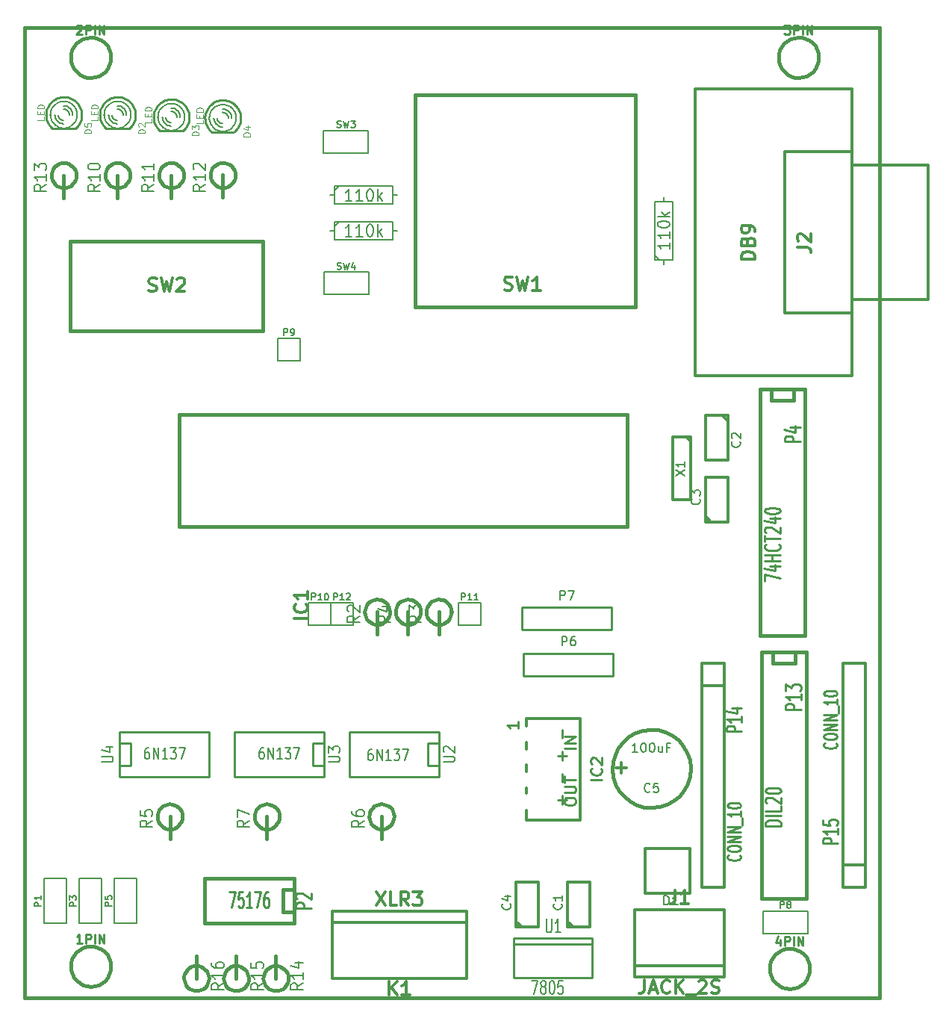
<source format=gto>
G04 (created by PCBNEW-RS274X (2012-apr-16-27)-stable) date Mon 09 Dec 2013 22:44:26 GMT*
G01*
G70*
G90*
%MOIN*%
G04 Gerber Fmt 3.4, Leading zero omitted, Abs format*
%FSLAX34Y34*%
G04 APERTURE LIST*
%ADD10C,0.006000*%
%ADD11C,0.015000*%
%ADD12C,0.008000*%
%ADD13C,0.010000*%
%ADD14C,0.012000*%
%ADD15C,0.003500*%
%ADD16C,0.011300*%
%ADD17C,0.010700*%
G04 APERTURE END LIST*
G54D10*
G54D11*
X60827Y-05906D02*
X22638Y-05906D01*
X60827Y-49213D02*
X60827Y-05906D01*
X22638Y-49213D02*
X60827Y-49213D01*
X22638Y-05906D02*
X22638Y-49213D01*
G54D12*
X36295Y-13386D02*
X36495Y-13386D01*
X39295Y-13386D02*
X39095Y-13386D01*
X39095Y-13386D02*
X39095Y-12986D01*
X39095Y-12986D02*
X36495Y-12986D01*
X36495Y-12986D02*
X36495Y-13786D01*
X36495Y-13786D02*
X39095Y-13786D01*
X39095Y-13786D02*
X39095Y-13386D01*
X36495Y-13186D02*
X36695Y-12986D01*
X36295Y-14961D02*
X36495Y-14961D01*
X39295Y-14961D02*
X39095Y-14961D01*
X39095Y-14961D02*
X39095Y-14561D01*
X39095Y-14561D02*
X36495Y-14561D01*
X36495Y-14561D02*
X36495Y-15361D01*
X36495Y-15361D02*
X39095Y-15361D01*
X39095Y-15361D02*
X39095Y-14961D01*
X36495Y-14761D02*
X36695Y-14561D01*
G54D13*
X48850Y-32783D02*
X44850Y-32783D01*
X48850Y-31783D02*
X44850Y-31783D01*
X44850Y-31783D02*
X44850Y-32783D01*
X48850Y-32783D02*
X48850Y-31783D01*
G54D14*
X52339Y-44543D02*
X50339Y-44543D01*
X50339Y-44543D02*
X50339Y-42543D01*
X50339Y-42543D02*
X52339Y-42543D01*
X52339Y-42543D02*
X52339Y-44543D01*
G54D10*
X36000Y-11500D02*
X36000Y-10500D01*
X36000Y-10500D02*
X38000Y-10500D01*
X38000Y-10500D02*
X38000Y-11500D01*
X38000Y-11500D02*
X36000Y-11500D01*
X24516Y-45882D02*
X23516Y-45882D01*
X23516Y-45882D02*
X23516Y-43882D01*
X23516Y-43882D02*
X24516Y-43882D01*
X24516Y-43882D02*
X24516Y-45882D01*
X26090Y-45882D02*
X25090Y-45882D01*
X25090Y-45882D02*
X25090Y-43882D01*
X25090Y-43882D02*
X26090Y-43882D01*
X26090Y-43882D02*
X26090Y-45882D01*
X27665Y-45882D02*
X26665Y-45882D01*
X26665Y-45882D02*
X26665Y-43882D01*
X26665Y-43882D02*
X27665Y-43882D01*
X27665Y-43882D02*
X27665Y-45882D01*
X36008Y-17823D02*
X36008Y-16823D01*
X36008Y-16823D02*
X38008Y-16823D01*
X38008Y-16823D02*
X38008Y-17823D01*
X38008Y-17823D02*
X36008Y-17823D01*
G54D13*
X26300Y-10420D02*
X27300Y-10420D01*
G54D10*
X27184Y-09340D02*
X27142Y-09308D01*
X27098Y-09280D01*
X27051Y-09256D01*
X27003Y-09236D01*
X26953Y-09220D01*
X26902Y-09209D01*
X26850Y-09203D01*
X26800Y-09200D01*
X26800Y-09201D02*
X26748Y-09204D01*
X26696Y-09211D01*
X26645Y-09222D01*
X26596Y-09238D01*
X26547Y-09258D01*
X26501Y-09282D01*
X26457Y-09310D01*
X26415Y-09342D01*
X26403Y-09353D01*
X26800Y-10399D02*
X26852Y-10396D01*
X26904Y-10389D01*
X26955Y-10378D01*
X27004Y-10362D01*
X27053Y-10342D01*
X27099Y-10318D01*
X27143Y-10290D01*
X27185Y-10258D01*
X27189Y-10254D01*
X26416Y-10260D02*
X26458Y-10292D01*
X26502Y-10320D01*
X26549Y-10344D01*
X26597Y-10364D01*
X26647Y-10380D01*
X26698Y-10391D01*
X26750Y-10397D01*
X26800Y-10400D01*
X27149Y-10287D02*
X27190Y-10255D01*
X27228Y-10219D01*
X27263Y-10180D01*
X27295Y-10138D01*
X27322Y-10094D01*
X27346Y-10047D01*
X27365Y-09999D01*
X27381Y-09949D01*
X27391Y-09897D01*
X27398Y-09846D01*
X27400Y-09800D01*
X27400Y-09800D02*
X27397Y-09748D01*
X27390Y-09696D01*
X27379Y-09645D01*
X27363Y-09595D01*
X27343Y-09547D01*
X27319Y-09501D01*
X27291Y-09456D01*
X27259Y-09415D01*
X27224Y-09376D01*
X27185Y-09341D01*
X27160Y-09321D01*
X26201Y-09800D02*
X26204Y-09852D01*
X26211Y-09904D01*
X26222Y-09955D01*
X26238Y-10004D01*
X26258Y-10053D01*
X26282Y-10099D01*
X26310Y-10143D01*
X26342Y-10185D01*
X26377Y-10223D01*
X26415Y-10258D01*
X26433Y-10272D01*
X26432Y-09327D02*
X26392Y-09361D01*
X26355Y-09398D01*
X26322Y-09439D01*
X26292Y-09482D01*
X26266Y-09527D01*
X26245Y-09575D01*
X26227Y-09624D01*
X26214Y-09675D01*
X26205Y-09726D01*
X26201Y-09779D01*
X26200Y-09800D01*
X27050Y-09800D02*
X27049Y-09779D01*
X27046Y-09757D01*
X27041Y-09736D01*
X27034Y-09715D01*
X27026Y-09695D01*
X27016Y-09676D01*
X27004Y-09657D01*
X26991Y-09640D01*
X26976Y-09624D01*
X26960Y-09609D01*
X26943Y-09596D01*
X26925Y-09584D01*
X26905Y-09574D01*
X26885Y-09566D01*
X26864Y-09559D01*
X26843Y-09554D01*
X26821Y-09551D01*
X26800Y-09550D01*
X27200Y-09800D02*
X27198Y-09766D01*
X27193Y-09731D01*
X27186Y-09697D01*
X27175Y-09664D01*
X27162Y-09631D01*
X27146Y-09601D01*
X27127Y-09571D01*
X27106Y-09543D01*
X27082Y-09518D01*
X27057Y-09494D01*
X27029Y-09473D01*
X27000Y-09454D01*
X26969Y-09438D01*
X26936Y-09425D01*
X26903Y-09414D01*
X26869Y-09407D01*
X26834Y-09402D01*
X26800Y-09400D01*
X26550Y-09800D02*
X26551Y-09821D01*
X26554Y-09843D01*
X26559Y-09864D01*
X26566Y-09885D01*
X26574Y-09905D01*
X26584Y-09924D01*
X26596Y-09943D01*
X26609Y-09960D01*
X26624Y-09976D01*
X26640Y-09991D01*
X26657Y-10004D01*
X26676Y-10016D01*
X26695Y-10026D01*
X26715Y-10034D01*
X26736Y-10041D01*
X26757Y-10046D01*
X26779Y-10049D01*
X26800Y-10050D01*
X26400Y-09800D02*
X26402Y-09834D01*
X26407Y-09869D01*
X26414Y-09903D01*
X26425Y-09936D01*
X26438Y-09969D01*
X26454Y-09999D01*
X26473Y-10029D01*
X26494Y-10057D01*
X26518Y-10082D01*
X26543Y-10106D01*
X26571Y-10127D01*
X26601Y-10146D01*
X26631Y-10162D01*
X26664Y-10175D01*
X26697Y-10186D01*
X26731Y-10193D01*
X26766Y-10198D01*
X26800Y-10200D01*
G54D13*
X27313Y-10413D02*
X27364Y-10366D01*
X27411Y-10315D01*
X27454Y-10260D01*
X27492Y-10201D01*
X27524Y-10139D01*
X27551Y-10074D01*
X27572Y-10008D01*
X27587Y-09940D01*
X27596Y-09871D01*
X27599Y-09801D01*
X27600Y-09800D01*
X27599Y-09800D02*
X27595Y-09731D01*
X27586Y-09662D01*
X27571Y-09594D01*
X27550Y-09527D01*
X27524Y-09463D01*
X27491Y-09401D01*
X27454Y-09342D01*
X27412Y-09287D01*
X27364Y-09236D01*
X27313Y-09188D01*
X27258Y-09146D01*
X27199Y-09109D01*
X27176Y-09096D01*
X26003Y-09801D02*
X26006Y-09870D01*
X26015Y-09939D01*
X26030Y-10007D01*
X26051Y-10074D01*
X26078Y-10138D01*
X26110Y-10200D01*
X26148Y-10258D01*
X26190Y-10314D01*
X26237Y-10365D01*
X26285Y-10409D01*
X26403Y-09106D02*
X26344Y-09144D01*
X26288Y-09186D01*
X26237Y-09233D01*
X26189Y-09284D01*
X26147Y-09339D01*
X26109Y-09398D01*
X26077Y-09460D01*
X26050Y-09524D01*
X26028Y-09591D01*
X26013Y-09659D01*
X26004Y-09728D01*
X26001Y-09798D01*
X26000Y-09800D01*
X27179Y-09096D02*
X27116Y-09066D01*
X27051Y-09041D01*
X26984Y-09022D01*
X26915Y-09009D01*
X26846Y-09002D01*
X26800Y-09000D01*
X26800Y-09001D02*
X26731Y-09005D01*
X26662Y-09014D01*
X26594Y-09029D01*
X26527Y-09050D01*
X26463Y-09076D01*
X26401Y-09109D01*
X26382Y-09120D01*
X28700Y-10520D02*
X29700Y-10520D01*
G54D10*
X29584Y-09440D02*
X29542Y-09408D01*
X29498Y-09380D01*
X29451Y-09356D01*
X29403Y-09336D01*
X29353Y-09320D01*
X29302Y-09309D01*
X29250Y-09303D01*
X29200Y-09300D01*
X29200Y-09301D02*
X29148Y-09304D01*
X29096Y-09311D01*
X29045Y-09322D01*
X28996Y-09338D01*
X28947Y-09358D01*
X28901Y-09382D01*
X28857Y-09410D01*
X28815Y-09442D01*
X28803Y-09453D01*
X29200Y-10499D02*
X29252Y-10496D01*
X29304Y-10489D01*
X29355Y-10478D01*
X29404Y-10462D01*
X29453Y-10442D01*
X29499Y-10418D01*
X29543Y-10390D01*
X29585Y-10358D01*
X29589Y-10354D01*
X28816Y-10360D02*
X28858Y-10392D01*
X28902Y-10420D01*
X28949Y-10444D01*
X28997Y-10464D01*
X29047Y-10480D01*
X29098Y-10491D01*
X29150Y-10497D01*
X29200Y-10500D01*
X29549Y-10387D02*
X29590Y-10355D01*
X29628Y-10319D01*
X29663Y-10280D01*
X29695Y-10238D01*
X29722Y-10194D01*
X29746Y-10147D01*
X29765Y-10099D01*
X29781Y-10049D01*
X29791Y-09997D01*
X29798Y-09946D01*
X29800Y-09900D01*
X29800Y-09900D02*
X29797Y-09848D01*
X29790Y-09796D01*
X29779Y-09745D01*
X29763Y-09695D01*
X29743Y-09647D01*
X29719Y-09601D01*
X29691Y-09556D01*
X29659Y-09515D01*
X29624Y-09476D01*
X29585Y-09441D01*
X29560Y-09421D01*
X28601Y-09900D02*
X28604Y-09952D01*
X28611Y-10004D01*
X28622Y-10055D01*
X28638Y-10104D01*
X28658Y-10153D01*
X28682Y-10199D01*
X28710Y-10243D01*
X28742Y-10285D01*
X28777Y-10323D01*
X28815Y-10358D01*
X28833Y-10372D01*
X28832Y-09427D02*
X28792Y-09461D01*
X28755Y-09498D01*
X28722Y-09539D01*
X28692Y-09582D01*
X28666Y-09627D01*
X28645Y-09675D01*
X28627Y-09724D01*
X28614Y-09775D01*
X28605Y-09826D01*
X28601Y-09879D01*
X28600Y-09900D01*
X29450Y-09900D02*
X29449Y-09879D01*
X29446Y-09857D01*
X29441Y-09836D01*
X29434Y-09815D01*
X29426Y-09795D01*
X29416Y-09776D01*
X29404Y-09757D01*
X29391Y-09740D01*
X29376Y-09724D01*
X29360Y-09709D01*
X29343Y-09696D01*
X29325Y-09684D01*
X29305Y-09674D01*
X29285Y-09666D01*
X29264Y-09659D01*
X29243Y-09654D01*
X29221Y-09651D01*
X29200Y-09650D01*
X29600Y-09900D02*
X29598Y-09866D01*
X29593Y-09831D01*
X29586Y-09797D01*
X29575Y-09764D01*
X29562Y-09731D01*
X29546Y-09701D01*
X29527Y-09671D01*
X29506Y-09643D01*
X29482Y-09618D01*
X29457Y-09594D01*
X29429Y-09573D01*
X29400Y-09554D01*
X29369Y-09538D01*
X29336Y-09525D01*
X29303Y-09514D01*
X29269Y-09507D01*
X29234Y-09502D01*
X29200Y-09500D01*
X28950Y-09900D02*
X28951Y-09921D01*
X28954Y-09943D01*
X28959Y-09964D01*
X28966Y-09985D01*
X28974Y-10005D01*
X28984Y-10024D01*
X28996Y-10043D01*
X29009Y-10060D01*
X29024Y-10076D01*
X29040Y-10091D01*
X29057Y-10104D01*
X29076Y-10116D01*
X29095Y-10126D01*
X29115Y-10134D01*
X29136Y-10141D01*
X29157Y-10146D01*
X29179Y-10149D01*
X29200Y-10150D01*
X28800Y-09900D02*
X28802Y-09934D01*
X28807Y-09969D01*
X28814Y-10003D01*
X28825Y-10036D01*
X28838Y-10069D01*
X28854Y-10099D01*
X28873Y-10129D01*
X28894Y-10157D01*
X28918Y-10182D01*
X28943Y-10206D01*
X28971Y-10227D01*
X29001Y-10246D01*
X29031Y-10262D01*
X29064Y-10275D01*
X29097Y-10286D01*
X29131Y-10293D01*
X29166Y-10298D01*
X29200Y-10300D01*
G54D13*
X29713Y-10513D02*
X29764Y-10466D01*
X29811Y-10415D01*
X29854Y-10360D01*
X29892Y-10301D01*
X29924Y-10239D01*
X29951Y-10174D01*
X29972Y-10108D01*
X29987Y-10040D01*
X29996Y-09971D01*
X29999Y-09901D01*
X30000Y-09900D01*
X29999Y-09900D02*
X29995Y-09831D01*
X29986Y-09762D01*
X29971Y-09694D01*
X29950Y-09627D01*
X29924Y-09563D01*
X29891Y-09501D01*
X29854Y-09442D01*
X29812Y-09387D01*
X29764Y-09336D01*
X29713Y-09288D01*
X29658Y-09246D01*
X29599Y-09209D01*
X29576Y-09196D01*
X28403Y-09901D02*
X28406Y-09970D01*
X28415Y-10039D01*
X28430Y-10107D01*
X28451Y-10174D01*
X28478Y-10238D01*
X28510Y-10300D01*
X28548Y-10358D01*
X28590Y-10414D01*
X28637Y-10465D01*
X28685Y-10509D01*
X28803Y-09206D02*
X28744Y-09244D01*
X28688Y-09286D01*
X28637Y-09333D01*
X28589Y-09384D01*
X28547Y-09439D01*
X28509Y-09498D01*
X28477Y-09560D01*
X28450Y-09624D01*
X28428Y-09691D01*
X28413Y-09759D01*
X28404Y-09828D01*
X28401Y-09898D01*
X28400Y-09900D01*
X29579Y-09196D02*
X29516Y-09166D01*
X29451Y-09141D01*
X29384Y-09122D01*
X29315Y-09109D01*
X29246Y-09102D01*
X29200Y-09100D01*
X29200Y-09101D02*
X29131Y-09105D01*
X29062Y-09114D01*
X28994Y-09129D01*
X28927Y-09150D01*
X28863Y-09176D01*
X28801Y-09209D01*
X28782Y-09220D01*
G54D11*
X34677Y-45382D02*
X34177Y-45382D01*
X34177Y-45382D02*
X34177Y-44382D01*
X34177Y-44382D02*
X34677Y-44382D01*
X34677Y-45882D02*
X30677Y-45882D01*
X30677Y-45882D02*
X30677Y-43882D01*
X30677Y-43882D02*
X34677Y-43882D01*
X34677Y-43882D02*
X34677Y-45882D01*
G54D13*
X26898Y-37847D02*
X27398Y-37847D01*
X27398Y-37847D02*
X27398Y-38847D01*
X27398Y-38847D02*
X26898Y-38847D01*
X26898Y-37347D02*
X30898Y-37347D01*
X30898Y-37347D02*
X30898Y-39347D01*
X30898Y-39347D02*
X26898Y-39347D01*
X26898Y-39347D02*
X26898Y-37347D01*
X41134Y-38847D02*
X40634Y-38847D01*
X40634Y-38847D02*
X40634Y-37847D01*
X40634Y-37847D02*
X41134Y-37847D01*
X41134Y-39347D02*
X37134Y-39347D01*
X37134Y-39347D02*
X37134Y-37347D01*
X37134Y-37347D02*
X41134Y-37347D01*
X41134Y-37347D02*
X41134Y-39347D01*
X36016Y-38847D02*
X35516Y-38847D01*
X35516Y-38847D02*
X35516Y-37847D01*
X35516Y-37847D02*
X36016Y-37847D01*
X36016Y-39347D02*
X32016Y-39347D01*
X32016Y-39347D02*
X32016Y-37347D01*
X32016Y-37347D02*
X36016Y-37347D01*
X36016Y-37347D02*
X36016Y-39347D01*
G54D11*
X56996Y-22059D02*
X56996Y-22559D01*
X56996Y-22559D02*
X55996Y-22559D01*
X55996Y-22559D02*
X55996Y-22059D01*
X57496Y-22059D02*
X57496Y-33059D01*
X57496Y-33059D02*
X55496Y-33059D01*
X55496Y-33059D02*
X55496Y-22059D01*
X55496Y-22059D02*
X57496Y-22059D01*
G54D14*
X52600Y-08650D02*
X52600Y-21450D01*
X52600Y-21450D02*
X59600Y-21450D01*
X59600Y-21450D02*
X59600Y-08650D01*
X59600Y-08650D02*
X52600Y-08650D01*
X59600Y-11450D02*
X56600Y-11450D01*
X56600Y-11450D02*
X56600Y-18650D01*
X56600Y-18650D02*
X59600Y-18650D01*
X59600Y-12050D02*
X63000Y-12050D01*
X63000Y-12050D02*
X63000Y-18050D01*
X63000Y-18050D02*
X59600Y-18050D01*
X52369Y-24191D02*
X52369Y-26991D01*
X52369Y-26991D02*
X51569Y-26991D01*
X51569Y-26991D02*
X51569Y-24191D01*
X51569Y-24191D02*
X52369Y-24191D01*
X52169Y-24191D02*
X52369Y-24391D01*
X53043Y-27949D02*
X53043Y-25969D01*
X53043Y-25969D02*
X54043Y-25969D01*
X54043Y-25969D02*
X54043Y-27969D01*
X54043Y-27969D02*
X53043Y-27969D01*
X53293Y-27969D02*
X53043Y-27719D01*
X54043Y-23233D02*
X54043Y-25213D01*
X54043Y-25213D02*
X53043Y-25213D01*
X53043Y-25213D02*
X53043Y-23213D01*
X53043Y-23213D02*
X54043Y-23213D01*
X53793Y-23213D02*
X54043Y-23463D01*
X46890Y-46030D02*
X46890Y-44050D01*
X46890Y-44050D02*
X47890Y-44050D01*
X47890Y-44050D02*
X47890Y-46050D01*
X47890Y-46050D02*
X46890Y-46050D01*
X47140Y-46050D02*
X46890Y-45800D01*
X44600Y-46030D02*
X44600Y-44050D01*
X44600Y-44050D02*
X45600Y-44050D01*
X45600Y-44050D02*
X45600Y-46050D01*
X45600Y-46050D02*
X44600Y-46050D01*
X44850Y-46050D02*
X44600Y-45800D01*
G54D11*
X33296Y-19441D02*
X24696Y-19441D01*
X24696Y-15441D02*
X33296Y-15441D01*
X24696Y-15441D02*
X24696Y-19441D01*
X33296Y-15441D02*
X33296Y-19441D01*
X49922Y-08914D02*
X40080Y-08913D01*
X40080Y-08913D02*
X40078Y-18366D01*
X40078Y-18366D02*
X49927Y-18366D01*
X49927Y-18366D02*
X49922Y-08914D01*
X49922Y-08914D02*
X49898Y-08915D01*
X29539Y-28193D02*
X29539Y-23193D01*
X29539Y-23193D02*
X49539Y-23193D01*
X49539Y-23193D02*
X49539Y-28193D01*
X49539Y-28193D02*
X29539Y-28193D01*
G54D13*
X48929Y-34831D02*
X44929Y-34831D01*
X48929Y-33831D02*
X44929Y-33831D01*
X44929Y-33831D02*
X44929Y-34831D01*
X48929Y-34831D02*
X48929Y-33831D01*
X30996Y-10563D02*
X31996Y-10563D01*
G54D10*
X31880Y-09483D02*
X31838Y-09451D01*
X31794Y-09423D01*
X31747Y-09399D01*
X31699Y-09379D01*
X31649Y-09363D01*
X31598Y-09352D01*
X31546Y-09346D01*
X31496Y-09343D01*
X31496Y-09344D02*
X31444Y-09347D01*
X31392Y-09354D01*
X31341Y-09365D01*
X31292Y-09381D01*
X31243Y-09401D01*
X31197Y-09425D01*
X31153Y-09453D01*
X31111Y-09485D01*
X31099Y-09496D01*
X31496Y-10542D02*
X31548Y-10539D01*
X31600Y-10532D01*
X31651Y-10521D01*
X31700Y-10505D01*
X31749Y-10485D01*
X31795Y-10461D01*
X31839Y-10433D01*
X31881Y-10401D01*
X31885Y-10397D01*
X31112Y-10403D02*
X31154Y-10435D01*
X31198Y-10463D01*
X31245Y-10487D01*
X31293Y-10507D01*
X31343Y-10523D01*
X31394Y-10534D01*
X31446Y-10540D01*
X31496Y-10543D01*
X31845Y-10430D02*
X31886Y-10398D01*
X31924Y-10362D01*
X31959Y-10323D01*
X31991Y-10281D01*
X32018Y-10237D01*
X32042Y-10190D01*
X32061Y-10142D01*
X32077Y-10092D01*
X32087Y-10040D01*
X32094Y-09989D01*
X32096Y-09943D01*
X32096Y-09943D02*
X32093Y-09891D01*
X32086Y-09839D01*
X32075Y-09788D01*
X32059Y-09738D01*
X32039Y-09690D01*
X32015Y-09644D01*
X31987Y-09599D01*
X31955Y-09558D01*
X31920Y-09519D01*
X31881Y-09484D01*
X31856Y-09464D01*
X30897Y-09943D02*
X30900Y-09995D01*
X30907Y-10047D01*
X30918Y-10098D01*
X30934Y-10147D01*
X30954Y-10196D01*
X30978Y-10242D01*
X31006Y-10286D01*
X31038Y-10328D01*
X31073Y-10366D01*
X31111Y-10401D01*
X31129Y-10415D01*
X31128Y-09470D02*
X31088Y-09504D01*
X31051Y-09541D01*
X31018Y-09582D01*
X30988Y-09625D01*
X30962Y-09670D01*
X30941Y-09718D01*
X30923Y-09767D01*
X30910Y-09818D01*
X30901Y-09869D01*
X30897Y-09922D01*
X30896Y-09943D01*
X31746Y-09943D02*
X31745Y-09922D01*
X31742Y-09900D01*
X31737Y-09879D01*
X31730Y-09858D01*
X31722Y-09838D01*
X31712Y-09819D01*
X31700Y-09800D01*
X31687Y-09783D01*
X31672Y-09767D01*
X31656Y-09752D01*
X31639Y-09739D01*
X31621Y-09727D01*
X31601Y-09717D01*
X31581Y-09709D01*
X31560Y-09702D01*
X31539Y-09697D01*
X31517Y-09694D01*
X31496Y-09693D01*
X31896Y-09943D02*
X31894Y-09909D01*
X31889Y-09874D01*
X31882Y-09840D01*
X31871Y-09807D01*
X31858Y-09774D01*
X31842Y-09744D01*
X31823Y-09714D01*
X31802Y-09686D01*
X31778Y-09661D01*
X31753Y-09637D01*
X31725Y-09616D01*
X31696Y-09597D01*
X31665Y-09581D01*
X31632Y-09568D01*
X31599Y-09557D01*
X31565Y-09550D01*
X31530Y-09545D01*
X31496Y-09543D01*
X31246Y-09943D02*
X31247Y-09964D01*
X31250Y-09986D01*
X31255Y-10007D01*
X31262Y-10028D01*
X31270Y-10048D01*
X31280Y-10067D01*
X31292Y-10086D01*
X31305Y-10103D01*
X31320Y-10119D01*
X31336Y-10134D01*
X31353Y-10147D01*
X31372Y-10159D01*
X31391Y-10169D01*
X31411Y-10177D01*
X31432Y-10184D01*
X31453Y-10189D01*
X31475Y-10192D01*
X31496Y-10193D01*
X31096Y-09943D02*
X31098Y-09977D01*
X31103Y-10012D01*
X31110Y-10046D01*
X31121Y-10079D01*
X31134Y-10112D01*
X31150Y-10142D01*
X31169Y-10172D01*
X31190Y-10200D01*
X31214Y-10225D01*
X31239Y-10249D01*
X31267Y-10270D01*
X31297Y-10289D01*
X31327Y-10305D01*
X31360Y-10318D01*
X31393Y-10329D01*
X31427Y-10336D01*
X31462Y-10341D01*
X31496Y-10343D01*
G54D13*
X32009Y-10556D02*
X32060Y-10509D01*
X32107Y-10458D01*
X32150Y-10403D01*
X32188Y-10344D01*
X32220Y-10282D01*
X32247Y-10217D01*
X32268Y-10151D01*
X32283Y-10083D01*
X32292Y-10014D01*
X32295Y-09944D01*
X32296Y-09943D01*
X32295Y-09943D02*
X32291Y-09874D01*
X32282Y-09805D01*
X32267Y-09737D01*
X32246Y-09670D01*
X32220Y-09606D01*
X32187Y-09544D01*
X32150Y-09485D01*
X32108Y-09430D01*
X32060Y-09379D01*
X32009Y-09331D01*
X31954Y-09289D01*
X31895Y-09252D01*
X31872Y-09239D01*
X30699Y-09944D02*
X30702Y-10013D01*
X30711Y-10082D01*
X30726Y-10150D01*
X30747Y-10217D01*
X30774Y-10281D01*
X30806Y-10343D01*
X30844Y-10401D01*
X30886Y-10457D01*
X30933Y-10508D01*
X30981Y-10552D01*
X31099Y-09249D02*
X31040Y-09287D01*
X30984Y-09329D01*
X30933Y-09376D01*
X30885Y-09427D01*
X30843Y-09482D01*
X30805Y-09541D01*
X30773Y-09603D01*
X30746Y-09667D01*
X30724Y-09734D01*
X30709Y-09802D01*
X30700Y-09871D01*
X30697Y-09941D01*
X30696Y-09943D01*
X31875Y-09239D02*
X31812Y-09209D01*
X31747Y-09184D01*
X31680Y-09165D01*
X31611Y-09152D01*
X31542Y-09145D01*
X31496Y-09143D01*
X31496Y-09144D02*
X31427Y-09148D01*
X31358Y-09157D01*
X31290Y-09172D01*
X31223Y-09193D01*
X31159Y-09219D01*
X31097Y-09252D01*
X31078Y-09263D01*
G54D11*
X38386Y-31980D02*
X38386Y-32980D01*
X38945Y-31980D02*
X38934Y-32088D01*
X38902Y-32193D01*
X38851Y-32289D01*
X38782Y-32373D01*
X38698Y-32443D01*
X38602Y-32495D01*
X38498Y-32527D01*
X38389Y-32538D01*
X38282Y-32529D01*
X38177Y-32498D01*
X38080Y-32447D01*
X37995Y-32379D01*
X37925Y-32295D01*
X37873Y-32200D01*
X37840Y-32096D01*
X37828Y-31987D01*
X37837Y-31880D01*
X37867Y-31775D01*
X37917Y-31678D01*
X37984Y-31592D01*
X38067Y-31521D01*
X38163Y-31468D01*
X38266Y-31435D01*
X38375Y-31422D01*
X38483Y-31430D01*
X38588Y-31459D01*
X38685Y-31509D01*
X38771Y-31576D01*
X38842Y-31658D01*
X38896Y-31753D01*
X38931Y-31857D01*
X38944Y-31965D01*
X38945Y-31980D01*
X41142Y-31980D02*
X41142Y-32980D01*
X41701Y-31980D02*
X41690Y-32088D01*
X41658Y-32193D01*
X41607Y-32289D01*
X41538Y-32373D01*
X41454Y-32443D01*
X41358Y-32495D01*
X41254Y-32527D01*
X41145Y-32538D01*
X41038Y-32529D01*
X40933Y-32498D01*
X40836Y-32447D01*
X40751Y-32379D01*
X40681Y-32295D01*
X40629Y-32200D01*
X40596Y-32096D01*
X40584Y-31987D01*
X40593Y-31880D01*
X40623Y-31775D01*
X40673Y-31678D01*
X40740Y-31592D01*
X40823Y-31521D01*
X40919Y-31468D01*
X41022Y-31435D01*
X41131Y-31422D01*
X41239Y-31430D01*
X41344Y-31459D01*
X41441Y-31509D01*
X41527Y-31576D01*
X41598Y-31658D01*
X41652Y-31753D01*
X41687Y-31857D01*
X41700Y-31965D01*
X41701Y-31980D01*
X39764Y-31980D02*
X39764Y-32980D01*
X40323Y-31980D02*
X40312Y-32088D01*
X40280Y-32193D01*
X40229Y-32289D01*
X40160Y-32373D01*
X40076Y-32443D01*
X39980Y-32495D01*
X39876Y-32527D01*
X39767Y-32538D01*
X39660Y-32529D01*
X39555Y-32498D01*
X39458Y-32447D01*
X39373Y-32379D01*
X39303Y-32295D01*
X39251Y-32200D01*
X39218Y-32096D01*
X39206Y-31987D01*
X39215Y-31880D01*
X39245Y-31775D01*
X39295Y-31678D01*
X39362Y-31592D01*
X39445Y-31521D01*
X39541Y-31468D01*
X39644Y-31435D01*
X39753Y-31422D01*
X39861Y-31430D01*
X39966Y-31459D01*
X40063Y-31509D01*
X40149Y-31576D01*
X40220Y-31658D01*
X40274Y-31753D01*
X40309Y-31857D01*
X40322Y-31965D01*
X40323Y-31980D01*
X29134Y-41115D02*
X29134Y-42115D01*
X29693Y-41115D02*
X29682Y-41223D01*
X29650Y-41328D01*
X29599Y-41424D01*
X29530Y-41508D01*
X29446Y-41578D01*
X29350Y-41630D01*
X29246Y-41662D01*
X29137Y-41673D01*
X29030Y-41664D01*
X28925Y-41633D01*
X28828Y-41582D01*
X28743Y-41514D01*
X28673Y-41430D01*
X28621Y-41335D01*
X28588Y-41231D01*
X28576Y-41122D01*
X28585Y-41015D01*
X28615Y-40910D01*
X28665Y-40813D01*
X28732Y-40727D01*
X28815Y-40656D01*
X28911Y-40603D01*
X29014Y-40570D01*
X29123Y-40557D01*
X29231Y-40565D01*
X29336Y-40594D01*
X29433Y-40644D01*
X29519Y-40711D01*
X29590Y-40793D01*
X29644Y-40888D01*
X29679Y-40992D01*
X29692Y-41100D01*
X29693Y-41115D01*
X38583Y-41115D02*
X38583Y-42115D01*
X39142Y-41115D02*
X39131Y-41223D01*
X39099Y-41328D01*
X39048Y-41424D01*
X38979Y-41508D01*
X38895Y-41578D01*
X38799Y-41630D01*
X38695Y-41662D01*
X38586Y-41673D01*
X38479Y-41664D01*
X38374Y-41633D01*
X38277Y-41582D01*
X38192Y-41514D01*
X38122Y-41430D01*
X38070Y-41335D01*
X38037Y-41231D01*
X38025Y-41122D01*
X38034Y-41015D01*
X38064Y-40910D01*
X38114Y-40813D01*
X38181Y-40727D01*
X38264Y-40656D01*
X38360Y-40603D01*
X38463Y-40570D01*
X38572Y-40557D01*
X38680Y-40565D01*
X38785Y-40594D01*
X38882Y-40644D01*
X38968Y-40711D01*
X39039Y-40793D01*
X39093Y-40888D01*
X39128Y-40992D01*
X39141Y-41100D01*
X39142Y-41115D01*
X33465Y-41115D02*
X33465Y-42115D01*
X34024Y-41115D02*
X34013Y-41223D01*
X33981Y-41328D01*
X33930Y-41424D01*
X33861Y-41508D01*
X33777Y-41578D01*
X33681Y-41630D01*
X33577Y-41662D01*
X33468Y-41673D01*
X33361Y-41664D01*
X33256Y-41633D01*
X33159Y-41582D01*
X33074Y-41514D01*
X33004Y-41430D01*
X32952Y-41335D01*
X32919Y-41231D01*
X32907Y-41122D01*
X32916Y-41015D01*
X32946Y-40910D01*
X32996Y-40813D01*
X33063Y-40727D01*
X33146Y-40656D01*
X33242Y-40603D01*
X33345Y-40570D01*
X33454Y-40557D01*
X33562Y-40565D01*
X33667Y-40594D01*
X33764Y-40644D01*
X33850Y-40711D01*
X33921Y-40793D01*
X33975Y-40888D01*
X34010Y-40992D01*
X34023Y-41100D01*
X34024Y-41115D01*
X29200Y-12500D02*
X29200Y-13500D01*
X29759Y-12500D02*
X29748Y-12608D01*
X29716Y-12713D01*
X29665Y-12809D01*
X29596Y-12893D01*
X29512Y-12963D01*
X29416Y-13015D01*
X29312Y-13047D01*
X29203Y-13058D01*
X29096Y-13049D01*
X28991Y-13018D01*
X28894Y-12967D01*
X28809Y-12899D01*
X28739Y-12815D01*
X28687Y-12720D01*
X28654Y-12616D01*
X28642Y-12507D01*
X28651Y-12400D01*
X28681Y-12295D01*
X28731Y-12198D01*
X28798Y-12112D01*
X28881Y-12041D01*
X28977Y-11988D01*
X29080Y-11955D01*
X29189Y-11942D01*
X29297Y-11950D01*
X29402Y-11979D01*
X29499Y-12029D01*
X29585Y-12096D01*
X29656Y-12178D01*
X29710Y-12273D01*
X29745Y-12377D01*
X29758Y-12485D01*
X29759Y-12500D01*
X31496Y-12492D02*
X31496Y-13492D01*
X32055Y-12492D02*
X32044Y-12600D01*
X32012Y-12705D01*
X31961Y-12801D01*
X31892Y-12885D01*
X31808Y-12955D01*
X31712Y-13007D01*
X31608Y-13039D01*
X31499Y-13050D01*
X31392Y-13041D01*
X31287Y-13010D01*
X31190Y-12959D01*
X31105Y-12891D01*
X31035Y-12807D01*
X30983Y-12712D01*
X30950Y-12608D01*
X30938Y-12499D01*
X30947Y-12392D01*
X30977Y-12287D01*
X31027Y-12190D01*
X31094Y-12104D01*
X31177Y-12033D01*
X31273Y-11980D01*
X31376Y-11947D01*
X31485Y-11934D01*
X31593Y-11942D01*
X31698Y-11971D01*
X31795Y-12021D01*
X31881Y-12088D01*
X31952Y-12170D01*
X32006Y-12265D01*
X32041Y-12369D01*
X32054Y-12477D01*
X32055Y-12492D01*
G54D12*
X51181Y-16461D02*
X51181Y-16261D01*
X51181Y-13461D02*
X51181Y-13661D01*
X51181Y-13661D02*
X50781Y-13661D01*
X50781Y-13661D02*
X50781Y-16261D01*
X50781Y-16261D02*
X51581Y-16261D01*
X51581Y-16261D02*
X51581Y-13661D01*
X51581Y-13661D02*
X51181Y-13661D01*
X50981Y-16261D02*
X50781Y-16061D01*
G54D11*
X26800Y-12500D02*
X26800Y-13500D01*
X27359Y-12500D02*
X27348Y-12608D01*
X27316Y-12713D01*
X27265Y-12809D01*
X27196Y-12893D01*
X27112Y-12963D01*
X27016Y-13015D01*
X26912Y-13047D01*
X26803Y-13058D01*
X26696Y-13049D01*
X26591Y-13018D01*
X26494Y-12967D01*
X26409Y-12899D01*
X26339Y-12815D01*
X26287Y-12720D01*
X26254Y-12616D01*
X26242Y-12507D01*
X26251Y-12400D01*
X26281Y-12295D01*
X26331Y-12198D01*
X26398Y-12112D01*
X26481Y-12041D01*
X26577Y-11988D01*
X26680Y-11955D01*
X26789Y-11942D01*
X26897Y-11950D01*
X27002Y-11979D01*
X27099Y-12029D01*
X27185Y-12096D01*
X27256Y-12178D01*
X27310Y-12273D01*
X27345Y-12377D01*
X27358Y-12485D01*
X27359Y-12500D01*
G54D14*
X45049Y-37091D02*
X45049Y-36736D01*
X45049Y-38114D02*
X45049Y-37819D01*
X45049Y-39118D02*
X45049Y-38803D01*
X45049Y-40083D02*
X45049Y-39827D01*
X45049Y-41264D02*
X45049Y-40831D01*
X45049Y-41264D02*
X47451Y-41264D01*
X47451Y-41264D02*
X47451Y-36736D01*
X47451Y-36736D02*
X45049Y-36736D01*
G54D11*
X24400Y-12500D02*
X24400Y-13500D01*
X24959Y-12500D02*
X24948Y-12608D01*
X24916Y-12713D01*
X24865Y-12809D01*
X24796Y-12893D01*
X24712Y-12963D01*
X24616Y-13015D01*
X24512Y-13047D01*
X24403Y-13058D01*
X24296Y-13049D01*
X24191Y-13018D01*
X24094Y-12967D01*
X24009Y-12899D01*
X23939Y-12815D01*
X23887Y-12720D01*
X23854Y-12616D01*
X23842Y-12507D01*
X23851Y-12400D01*
X23881Y-12295D01*
X23931Y-12198D01*
X23998Y-12112D01*
X24081Y-12041D01*
X24177Y-11988D01*
X24280Y-11955D01*
X24389Y-11942D01*
X24497Y-11950D01*
X24602Y-11979D01*
X24699Y-12029D01*
X24785Y-12096D01*
X24856Y-12178D01*
X24910Y-12273D01*
X24945Y-12377D01*
X24958Y-12485D01*
X24959Y-12500D01*
G54D10*
X55614Y-46327D02*
X55614Y-45327D01*
X55614Y-45327D02*
X57614Y-45327D01*
X57614Y-45327D02*
X57614Y-46327D01*
X57614Y-46327D02*
X55614Y-46327D01*
G54D13*
X23900Y-10420D02*
X24900Y-10420D01*
G54D10*
X24784Y-09340D02*
X24742Y-09308D01*
X24698Y-09280D01*
X24651Y-09256D01*
X24603Y-09236D01*
X24553Y-09220D01*
X24502Y-09209D01*
X24450Y-09203D01*
X24400Y-09200D01*
X24400Y-09201D02*
X24348Y-09204D01*
X24296Y-09211D01*
X24245Y-09222D01*
X24196Y-09238D01*
X24147Y-09258D01*
X24101Y-09282D01*
X24057Y-09310D01*
X24015Y-09342D01*
X24003Y-09353D01*
X24400Y-10399D02*
X24452Y-10396D01*
X24504Y-10389D01*
X24555Y-10378D01*
X24604Y-10362D01*
X24653Y-10342D01*
X24699Y-10318D01*
X24743Y-10290D01*
X24785Y-10258D01*
X24789Y-10254D01*
X24016Y-10260D02*
X24058Y-10292D01*
X24102Y-10320D01*
X24149Y-10344D01*
X24197Y-10364D01*
X24247Y-10380D01*
X24298Y-10391D01*
X24350Y-10397D01*
X24400Y-10400D01*
X24749Y-10287D02*
X24790Y-10255D01*
X24828Y-10219D01*
X24863Y-10180D01*
X24895Y-10138D01*
X24922Y-10094D01*
X24946Y-10047D01*
X24965Y-09999D01*
X24981Y-09949D01*
X24991Y-09897D01*
X24998Y-09846D01*
X25000Y-09800D01*
X25000Y-09800D02*
X24997Y-09748D01*
X24990Y-09696D01*
X24979Y-09645D01*
X24963Y-09595D01*
X24943Y-09547D01*
X24919Y-09501D01*
X24891Y-09456D01*
X24859Y-09415D01*
X24824Y-09376D01*
X24785Y-09341D01*
X24760Y-09321D01*
X23801Y-09800D02*
X23804Y-09852D01*
X23811Y-09904D01*
X23822Y-09955D01*
X23838Y-10004D01*
X23858Y-10053D01*
X23882Y-10099D01*
X23910Y-10143D01*
X23942Y-10185D01*
X23977Y-10223D01*
X24015Y-10258D01*
X24033Y-10272D01*
X24032Y-09327D02*
X23992Y-09361D01*
X23955Y-09398D01*
X23922Y-09439D01*
X23892Y-09482D01*
X23866Y-09527D01*
X23845Y-09575D01*
X23827Y-09624D01*
X23814Y-09675D01*
X23805Y-09726D01*
X23801Y-09779D01*
X23800Y-09800D01*
X24650Y-09800D02*
X24649Y-09779D01*
X24646Y-09757D01*
X24641Y-09736D01*
X24634Y-09715D01*
X24626Y-09695D01*
X24616Y-09676D01*
X24604Y-09657D01*
X24591Y-09640D01*
X24576Y-09624D01*
X24560Y-09609D01*
X24543Y-09596D01*
X24525Y-09584D01*
X24505Y-09574D01*
X24485Y-09566D01*
X24464Y-09559D01*
X24443Y-09554D01*
X24421Y-09551D01*
X24400Y-09550D01*
X24800Y-09800D02*
X24798Y-09766D01*
X24793Y-09731D01*
X24786Y-09697D01*
X24775Y-09664D01*
X24762Y-09631D01*
X24746Y-09601D01*
X24727Y-09571D01*
X24706Y-09543D01*
X24682Y-09518D01*
X24657Y-09494D01*
X24629Y-09473D01*
X24600Y-09454D01*
X24569Y-09438D01*
X24536Y-09425D01*
X24503Y-09414D01*
X24469Y-09407D01*
X24434Y-09402D01*
X24400Y-09400D01*
X24150Y-09800D02*
X24151Y-09821D01*
X24154Y-09843D01*
X24159Y-09864D01*
X24166Y-09885D01*
X24174Y-09905D01*
X24184Y-09924D01*
X24196Y-09943D01*
X24209Y-09960D01*
X24224Y-09976D01*
X24240Y-09991D01*
X24257Y-10004D01*
X24276Y-10016D01*
X24295Y-10026D01*
X24315Y-10034D01*
X24336Y-10041D01*
X24357Y-10046D01*
X24379Y-10049D01*
X24400Y-10050D01*
X24000Y-09800D02*
X24002Y-09834D01*
X24007Y-09869D01*
X24014Y-09903D01*
X24025Y-09936D01*
X24038Y-09969D01*
X24054Y-09999D01*
X24073Y-10029D01*
X24094Y-10057D01*
X24118Y-10082D01*
X24143Y-10106D01*
X24171Y-10127D01*
X24201Y-10146D01*
X24231Y-10162D01*
X24264Y-10175D01*
X24297Y-10186D01*
X24331Y-10193D01*
X24366Y-10198D01*
X24400Y-10200D01*
G54D13*
X24913Y-10413D02*
X24964Y-10366D01*
X25011Y-10315D01*
X25054Y-10260D01*
X25092Y-10201D01*
X25124Y-10139D01*
X25151Y-10074D01*
X25172Y-10008D01*
X25187Y-09940D01*
X25196Y-09871D01*
X25199Y-09801D01*
X25200Y-09800D01*
X25199Y-09800D02*
X25195Y-09731D01*
X25186Y-09662D01*
X25171Y-09594D01*
X25150Y-09527D01*
X25124Y-09463D01*
X25091Y-09401D01*
X25054Y-09342D01*
X25012Y-09287D01*
X24964Y-09236D01*
X24913Y-09188D01*
X24858Y-09146D01*
X24799Y-09109D01*
X24776Y-09096D01*
X23603Y-09801D02*
X23606Y-09870D01*
X23615Y-09939D01*
X23630Y-10007D01*
X23651Y-10074D01*
X23678Y-10138D01*
X23710Y-10200D01*
X23748Y-10258D01*
X23790Y-10314D01*
X23837Y-10365D01*
X23885Y-10409D01*
X24003Y-09106D02*
X23944Y-09144D01*
X23888Y-09186D01*
X23837Y-09233D01*
X23789Y-09284D01*
X23747Y-09339D01*
X23709Y-09398D01*
X23677Y-09460D01*
X23650Y-09524D01*
X23628Y-09591D01*
X23613Y-09659D01*
X23604Y-09728D01*
X23601Y-09798D01*
X23600Y-09800D01*
X24779Y-09096D02*
X24716Y-09066D01*
X24651Y-09041D01*
X24584Y-09022D01*
X24515Y-09009D01*
X24446Y-09002D01*
X24400Y-09000D01*
X24400Y-09001D02*
X24331Y-09005D01*
X24262Y-09014D01*
X24194Y-09029D01*
X24127Y-09050D01*
X24063Y-09076D01*
X24001Y-09109D01*
X23982Y-09120D01*
G54D10*
X34949Y-20776D02*
X33949Y-20776D01*
X33949Y-19776D02*
X34949Y-19776D01*
X33949Y-20776D02*
X33949Y-19776D01*
X34949Y-19776D02*
X34949Y-20776D01*
X36327Y-32586D02*
X35327Y-32586D01*
X35327Y-31586D02*
X36327Y-31586D01*
X35327Y-32586D02*
X35327Y-31586D01*
X36327Y-31586D02*
X36327Y-32586D01*
X43020Y-32587D02*
X42020Y-32587D01*
X42020Y-31587D02*
X43020Y-31587D01*
X42020Y-32587D02*
X42020Y-31587D01*
X43020Y-31587D02*
X43020Y-32587D01*
X37311Y-32586D02*
X36311Y-32586D01*
X36311Y-31586D02*
X37311Y-31586D01*
X36311Y-32586D02*
X36311Y-31586D01*
X37311Y-31586D02*
X37311Y-32586D01*
G54D11*
X57035Y-33791D02*
X57035Y-34291D01*
X57035Y-34291D02*
X56035Y-34291D01*
X56035Y-34291D02*
X56035Y-33791D01*
X57535Y-33791D02*
X57535Y-44791D01*
X57535Y-44791D02*
X55535Y-44791D01*
X55535Y-44791D02*
X55535Y-33791D01*
X55535Y-33791D02*
X57535Y-33791D01*
G54D14*
X42370Y-45350D02*
X42370Y-48350D01*
X36370Y-45350D02*
X36370Y-48350D01*
X42370Y-45850D02*
X36370Y-45850D01*
X42370Y-48350D02*
X36370Y-48350D01*
X42370Y-45350D02*
X36370Y-45350D01*
X53890Y-47772D02*
X49890Y-47772D01*
X53890Y-48272D02*
X53890Y-45272D01*
X53890Y-45272D02*
X49890Y-45272D01*
X49890Y-45272D02*
X49890Y-48272D01*
X49890Y-48272D02*
X53890Y-48272D01*
G54D11*
X26500Y-07244D02*
X26482Y-07418D01*
X26432Y-07586D01*
X26349Y-07742D01*
X26238Y-07878D01*
X26103Y-07990D01*
X25948Y-08073D01*
X25780Y-08125D01*
X25606Y-08143D01*
X25432Y-08128D01*
X25263Y-08078D01*
X25108Y-07997D01*
X24971Y-07887D01*
X24858Y-07752D01*
X24773Y-07598D01*
X24720Y-07431D01*
X24701Y-07256D01*
X24715Y-07082D01*
X24764Y-06913D01*
X24844Y-06757D01*
X24953Y-06619D01*
X25087Y-06505D01*
X25240Y-06420D01*
X25407Y-06365D01*
X25582Y-06345D01*
X25756Y-06358D01*
X25925Y-06405D01*
X26082Y-06485D01*
X26220Y-06593D01*
X26335Y-06726D01*
X26422Y-06878D01*
X26477Y-07045D01*
X26499Y-07219D01*
X26500Y-07244D01*
X58100Y-07244D02*
X58082Y-07418D01*
X58032Y-07586D01*
X57949Y-07742D01*
X57838Y-07878D01*
X57703Y-07990D01*
X57548Y-08073D01*
X57380Y-08125D01*
X57206Y-08143D01*
X57032Y-08128D01*
X56863Y-08078D01*
X56708Y-07997D01*
X56571Y-07887D01*
X56458Y-07752D01*
X56373Y-07598D01*
X56320Y-07431D01*
X56301Y-07256D01*
X56315Y-07082D01*
X56364Y-06913D01*
X56444Y-06757D01*
X56553Y-06619D01*
X56687Y-06505D01*
X56840Y-06420D01*
X57007Y-06365D01*
X57182Y-06345D01*
X57356Y-06358D01*
X57525Y-06405D01*
X57682Y-06485D01*
X57820Y-06593D01*
X57935Y-06726D01*
X58022Y-06878D01*
X58077Y-07045D01*
X58099Y-07219D01*
X58100Y-07244D01*
X57700Y-47900D02*
X57682Y-48074D01*
X57632Y-48242D01*
X57549Y-48398D01*
X57438Y-48534D01*
X57303Y-48646D01*
X57148Y-48729D01*
X56980Y-48781D01*
X56806Y-48799D01*
X56632Y-48784D01*
X56463Y-48734D01*
X56308Y-48653D01*
X56171Y-48543D01*
X56058Y-48408D01*
X55973Y-48254D01*
X55920Y-48087D01*
X55901Y-47912D01*
X55915Y-47738D01*
X55964Y-47569D01*
X56044Y-47413D01*
X56153Y-47275D01*
X56287Y-47161D01*
X56440Y-47076D01*
X56607Y-47021D01*
X56782Y-47001D01*
X56956Y-47014D01*
X57125Y-47061D01*
X57282Y-47141D01*
X57420Y-47249D01*
X57535Y-47382D01*
X57622Y-47534D01*
X57677Y-47701D01*
X57699Y-47875D01*
X57700Y-47900D01*
X26500Y-47800D02*
X26482Y-47974D01*
X26432Y-48142D01*
X26349Y-48298D01*
X26238Y-48434D01*
X26103Y-48546D01*
X25948Y-48629D01*
X25780Y-48681D01*
X25606Y-48699D01*
X25432Y-48684D01*
X25263Y-48634D01*
X25108Y-48553D01*
X24971Y-48443D01*
X24858Y-48308D01*
X24773Y-48154D01*
X24720Y-47987D01*
X24701Y-47812D01*
X24715Y-47638D01*
X24764Y-47469D01*
X24844Y-47313D01*
X24953Y-47175D01*
X25087Y-47061D01*
X25240Y-46976D01*
X25407Y-46921D01*
X25582Y-46901D01*
X25756Y-46914D01*
X25925Y-46961D01*
X26082Y-47041D01*
X26220Y-47149D01*
X26335Y-47282D01*
X26422Y-47434D01*
X26477Y-47601D01*
X26499Y-47775D01*
X26500Y-47800D01*
G54D13*
X44500Y-46800D02*
X44500Y-46550D01*
X44500Y-46550D02*
X48000Y-46550D01*
X48000Y-46550D02*
X48000Y-46800D01*
X44500Y-48300D02*
X44500Y-46800D01*
X44500Y-46800D02*
X48000Y-46800D01*
X48000Y-46800D02*
X48000Y-48300D01*
X48000Y-48300D02*
X44500Y-48300D01*
G54D11*
X52380Y-38976D02*
X52346Y-39315D01*
X52247Y-39642D01*
X52087Y-39944D01*
X51871Y-40209D01*
X51608Y-40426D01*
X51308Y-40589D01*
X50981Y-40690D01*
X50642Y-40725D01*
X50303Y-40695D01*
X49975Y-40598D01*
X49672Y-40440D01*
X49406Y-40226D01*
X49187Y-39964D01*
X49022Y-39665D01*
X48919Y-39339D01*
X48881Y-39000D01*
X48909Y-38661D01*
X49003Y-38332D01*
X49160Y-38029D01*
X49372Y-37761D01*
X49632Y-37539D01*
X49930Y-37373D01*
X50255Y-37267D01*
X50594Y-37227D01*
X50933Y-37253D01*
X51262Y-37345D01*
X51567Y-37499D01*
X51836Y-37709D01*
X52060Y-37968D01*
X52228Y-38265D01*
X52336Y-38589D01*
X52379Y-38928D01*
X52380Y-38976D01*
G54D14*
X60185Y-44291D02*
X59185Y-44291D01*
X59185Y-44291D02*
X59185Y-34291D01*
X59185Y-34291D02*
X60185Y-34291D01*
X60185Y-34291D02*
X60185Y-44291D01*
X60185Y-43291D02*
X59185Y-43291D01*
X52886Y-34291D02*
X53886Y-34291D01*
X53886Y-34291D02*
X53886Y-44291D01*
X53886Y-44291D02*
X52886Y-44291D01*
X52886Y-44291D02*
X52886Y-34291D01*
X52886Y-35291D02*
X53886Y-35291D01*
G54D11*
X33858Y-48335D02*
X33858Y-47335D01*
X34417Y-48335D02*
X34406Y-48443D01*
X34374Y-48548D01*
X34323Y-48644D01*
X34254Y-48728D01*
X34170Y-48798D01*
X34074Y-48850D01*
X33970Y-48882D01*
X33861Y-48893D01*
X33754Y-48884D01*
X33649Y-48853D01*
X33552Y-48802D01*
X33467Y-48734D01*
X33397Y-48650D01*
X33345Y-48555D01*
X33312Y-48451D01*
X33300Y-48342D01*
X33309Y-48235D01*
X33339Y-48130D01*
X33389Y-48033D01*
X33456Y-47947D01*
X33539Y-47876D01*
X33635Y-47823D01*
X33738Y-47790D01*
X33847Y-47777D01*
X33955Y-47785D01*
X34060Y-47814D01*
X34157Y-47864D01*
X34243Y-47931D01*
X34314Y-48013D01*
X34368Y-48108D01*
X34403Y-48212D01*
X34416Y-48320D01*
X34417Y-48335D01*
X32087Y-48335D02*
X32087Y-47335D01*
X32646Y-48335D02*
X32635Y-48443D01*
X32603Y-48548D01*
X32552Y-48644D01*
X32483Y-48728D01*
X32399Y-48798D01*
X32303Y-48850D01*
X32199Y-48882D01*
X32090Y-48893D01*
X31983Y-48884D01*
X31878Y-48853D01*
X31781Y-48802D01*
X31696Y-48734D01*
X31626Y-48650D01*
X31574Y-48555D01*
X31541Y-48451D01*
X31529Y-48342D01*
X31538Y-48235D01*
X31568Y-48130D01*
X31618Y-48033D01*
X31685Y-47947D01*
X31768Y-47876D01*
X31864Y-47823D01*
X31967Y-47790D01*
X32076Y-47777D01*
X32184Y-47785D01*
X32289Y-47814D01*
X32386Y-47864D01*
X32472Y-47931D01*
X32543Y-48013D01*
X32597Y-48108D01*
X32632Y-48212D01*
X32645Y-48320D01*
X32646Y-48335D01*
X30315Y-48335D02*
X30315Y-47335D01*
X30874Y-48335D02*
X30863Y-48443D01*
X30831Y-48548D01*
X30780Y-48644D01*
X30711Y-48728D01*
X30627Y-48798D01*
X30531Y-48850D01*
X30427Y-48882D01*
X30318Y-48893D01*
X30211Y-48884D01*
X30106Y-48853D01*
X30009Y-48802D01*
X29924Y-48734D01*
X29854Y-48650D01*
X29802Y-48555D01*
X29769Y-48451D01*
X29757Y-48342D01*
X29766Y-48235D01*
X29796Y-48130D01*
X29846Y-48033D01*
X29913Y-47947D01*
X29996Y-47876D01*
X30092Y-47823D01*
X30195Y-47790D01*
X30304Y-47777D01*
X30412Y-47785D01*
X30517Y-47814D01*
X30614Y-47864D01*
X30700Y-47931D01*
X30771Y-48013D01*
X30825Y-48108D01*
X30860Y-48212D01*
X30873Y-48320D01*
X30874Y-48335D01*
G54D12*
X37260Y-13659D02*
X36974Y-13659D01*
X37117Y-13659D02*
X37117Y-13109D01*
X37069Y-13187D01*
X37022Y-13240D01*
X36974Y-13266D01*
X37736Y-13659D02*
X37450Y-13659D01*
X37593Y-13659D02*
X37593Y-13109D01*
X37545Y-13187D01*
X37498Y-13240D01*
X37450Y-13266D01*
X38045Y-13109D02*
X38093Y-13109D01*
X38141Y-13135D01*
X38164Y-13161D01*
X38188Y-13213D01*
X38212Y-13318D01*
X38212Y-13449D01*
X38188Y-13554D01*
X38164Y-13606D01*
X38141Y-13632D01*
X38093Y-13659D01*
X38045Y-13659D01*
X37998Y-13632D01*
X37974Y-13606D01*
X37950Y-13554D01*
X37926Y-13449D01*
X37926Y-13318D01*
X37950Y-13213D01*
X37974Y-13161D01*
X37998Y-13135D01*
X38045Y-13109D01*
X38426Y-13659D02*
X38426Y-13109D01*
X38474Y-13449D02*
X38617Y-13659D01*
X38617Y-13292D02*
X38426Y-13501D01*
X37260Y-15234D02*
X36974Y-15234D01*
X37117Y-15234D02*
X37117Y-14684D01*
X37069Y-14762D01*
X37022Y-14815D01*
X36974Y-14841D01*
X37736Y-15234D02*
X37450Y-15234D01*
X37593Y-15234D02*
X37593Y-14684D01*
X37545Y-14762D01*
X37498Y-14815D01*
X37450Y-14841D01*
X38045Y-14684D02*
X38093Y-14684D01*
X38141Y-14710D01*
X38164Y-14736D01*
X38188Y-14788D01*
X38212Y-14893D01*
X38212Y-15024D01*
X38188Y-15129D01*
X38164Y-15181D01*
X38141Y-15207D01*
X38093Y-15234D01*
X38045Y-15234D01*
X37998Y-15207D01*
X37974Y-15181D01*
X37950Y-15129D01*
X37926Y-15024D01*
X37926Y-14893D01*
X37950Y-14788D01*
X37974Y-14736D01*
X37998Y-14710D01*
X38045Y-14684D01*
X38426Y-15234D02*
X38426Y-14684D01*
X38474Y-15024D02*
X38617Y-15234D01*
X38617Y-14867D02*
X38426Y-15076D01*
X46555Y-31445D02*
X46555Y-31045D01*
X46708Y-31045D01*
X46746Y-31064D01*
X46765Y-31083D01*
X46784Y-31121D01*
X46784Y-31178D01*
X46765Y-31216D01*
X46746Y-31235D01*
X46708Y-31254D01*
X46555Y-31254D01*
X46917Y-31045D02*
X47184Y-31045D01*
X47012Y-31445D01*
X51194Y-45055D02*
X51194Y-44655D01*
X51289Y-44655D01*
X51347Y-44674D01*
X51385Y-44712D01*
X51404Y-44750D01*
X51423Y-44826D01*
X51423Y-44883D01*
X51404Y-44960D01*
X51385Y-44998D01*
X51347Y-45036D01*
X51289Y-45055D01*
X51194Y-45055D01*
X51804Y-45055D02*
X51575Y-45055D01*
X51689Y-45055D02*
X51689Y-44655D01*
X51651Y-44712D01*
X51613Y-44750D01*
X51575Y-44769D01*
G54D10*
X36600Y-10357D02*
X36643Y-10371D01*
X36714Y-10371D01*
X36743Y-10357D01*
X36757Y-10343D01*
X36772Y-10314D01*
X36772Y-10286D01*
X36757Y-10257D01*
X36743Y-10243D01*
X36714Y-10229D01*
X36657Y-10214D01*
X36629Y-10200D01*
X36614Y-10186D01*
X36600Y-10157D01*
X36600Y-10129D01*
X36614Y-10100D01*
X36629Y-10086D01*
X36657Y-10071D01*
X36729Y-10071D01*
X36772Y-10086D01*
X36872Y-10071D02*
X36943Y-10371D01*
X37000Y-10157D01*
X37058Y-10371D01*
X37129Y-10071D01*
X37215Y-10071D02*
X37401Y-10071D01*
X37301Y-10186D01*
X37343Y-10186D01*
X37372Y-10200D01*
X37386Y-10214D01*
X37401Y-10243D01*
X37401Y-10314D01*
X37386Y-10343D01*
X37372Y-10357D01*
X37343Y-10371D01*
X37258Y-10371D01*
X37229Y-10357D01*
X37215Y-10343D01*
X23387Y-45104D02*
X23087Y-45104D01*
X23087Y-44989D01*
X23102Y-44961D01*
X23116Y-44946D01*
X23145Y-44932D01*
X23187Y-44932D01*
X23216Y-44946D01*
X23230Y-44961D01*
X23245Y-44989D01*
X23245Y-45104D01*
X23387Y-44646D02*
X23387Y-44818D01*
X23387Y-44732D02*
X23087Y-44732D01*
X23130Y-44761D01*
X23159Y-44789D01*
X23173Y-44818D01*
X24961Y-45104D02*
X24661Y-45104D01*
X24661Y-44989D01*
X24676Y-44961D01*
X24690Y-44946D01*
X24719Y-44932D01*
X24761Y-44932D01*
X24790Y-44946D01*
X24804Y-44961D01*
X24819Y-44989D01*
X24819Y-45104D01*
X24661Y-44832D02*
X24661Y-44646D01*
X24776Y-44746D01*
X24776Y-44704D01*
X24790Y-44675D01*
X24804Y-44661D01*
X24833Y-44646D01*
X24904Y-44646D01*
X24933Y-44661D01*
X24947Y-44675D01*
X24961Y-44704D01*
X24961Y-44789D01*
X24947Y-44818D01*
X24933Y-44832D01*
X26536Y-45104D02*
X26236Y-45104D01*
X26236Y-44989D01*
X26251Y-44961D01*
X26265Y-44946D01*
X26294Y-44932D01*
X26336Y-44932D01*
X26365Y-44946D01*
X26379Y-44961D01*
X26394Y-44989D01*
X26394Y-45104D01*
X26236Y-44661D02*
X26236Y-44804D01*
X26379Y-44818D01*
X26365Y-44804D01*
X26351Y-44775D01*
X26351Y-44704D01*
X26365Y-44675D01*
X26379Y-44661D01*
X26408Y-44646D01*
X26479Y-44646D01*
X26508Y-44661D01*
X26522Y-44675D01*
X26536Y-44704D01*
X26536Y-44775D01*
X26522Y-44804D01*
X26508Y-44818D01*
X36608Y-16680D02*
X36651Y-16694D01*
X36722Y-16694D01*
X36751Y-16680D01*
X36765Y-16666D01*
X36780Y-16637D01*
X36780Y-16609D01*
X36765Y-16580D01*
X36751Y-16566D01*
X36722Y-16552D01*
X36665Y-16537D01*
X36637Y-16523D01*
X36622Y-16509D01*
X36608Y-16480D01*
X36608Y-16452D01*
X36622Y-16423D01*
X36637Y-16409D01*
X36665Y-16394D01*
X36737Y-16394D01*
X36780Y-16409D01*
X36880Y-16394D02*
X36951Y-16694D01*
X37008Y-16480D01*
X37066Y-16694D01*
X37137Y-16394D01*
X37380Y-16494D02*
X37380Y-16694D01*
X37309Y-16380D02*
X37237Y-16594D01*
X37423Y-16594D01*
G54D15*
X28021Y-10622D02*
X27721Y-10622D01*
X27721Y-10550D01*
X27736Y-10507D01*
X27764Y-10479D01*
X27793Y-10464D01*
X27850Y-10450D01*
X27893Y-10450D01*
X27950Y-10464D01*
X27979Y-10479D01*
X28007Y-10507D01*
X28021Y-10550D01*
X28021Y-10622D01*
X27750Y-10336D02*
X27736Y-10322D01*
X27721Y-10293D01*
X27721Y-10222D01*
X27736Y-10193D01*
X27750Y-10179D01*
X27779Y-10164D01*
X27807Y-10164D01*
X27850Y-10179D01*
X28021Y-10350D01*
X28021Y-10164D01*
X25921Y-09893D02*
X25921Y-10036D01*
X25621Y-10036D01*
X25764Y-09793D02*
X25764Y-09693D01*
X25921Y-09650D02*
X25921Y-09793D01*
X25621Y-09793D01*
X25621Y-09650D01*
X25921Y-09522D02*
X25621Y-09522D01*
X25621Y-09450D01*
X25636Y-09407D01*
X25664Y-09379D01*
X25693Y-09364D01*
X25750Y-09350D01*
X25793Y-09350D01*
X25850Y-09364D01*
X25879Y-09379D01*
X25907Y-09407D01*
X25921Y-09450D01*
X25921Y-09522D01*
X30421Y-10722D02*
X30121Y-10722D01*
X30121Y-10650D01*
X30136Y-10607D01*
X30164Y-10579D01*
X30193Y-10564D01*
X30250Y-10550D01*
X30293Y-10550D01*
X30350Y-10564D01*
X30379Y-10579D01*
X30407Y-10607D01*
X30421Y-10650D01*
X30421Y-10722D01*
X30121Y-10450D02*
X30121Y-10264D01*
X30236Y-10364D01*
X30236Y-10322D01*
X30250Y-10293D01*
X30264Y-10279D01*
X30293Y-10264D01*
X30364Y-10264D01*
X30393Y-10279D01*
X30407Y-10293D01*
X30421Y-10322D01*
X30421Y-10407D01*
X30407Y-10436D01*
X30393Y-10450D01*
X28321Y-09993D02*
X28321Y-10136D01*
X28021Y-10136D01*
X28164Y-09893D02*
X28164Y-09793D01*
X28321Y-09750D02*
X28321Y-09893D01*
X28021Y-09893D01*
X28021Y-09750D01*
X28321Y-09622D02*
X28021Y-09622D01*
X28021Y-09550D01*
X28036Y-09507D01*
X28064Y-09479D01*
X28093Y-09464D01*
X28150Y-09450D01*
X28193Y-09450D01*
X28250Y-09464D01*
X28279Y-09479D01*
X28307Y-09507D01*
X28321Y-09550D01*
X28321Y-09622D01*
G54D16*
X35460Y-45214D02*
X34760Y-45214D01*
X34760Y-45042D01*
X34794Y-45000D01*
X34827Y-44978D01*
X34894Y-44957D01*
X34994Y-44957D01*
X35060Y-44978D01*
X35094Y-45000D01*
X35127Y-45042D01*
X35127Y-45214D01*
X34827Y-44785D02*
X34794Y-44764D01*
X34760Y-44721D01*
X34760Y-44614D01*
X34794Y-44571D01*
X34827Y-44550D01*
X34894Y-44528D01*
X34960Y-44528D01*
X35060Y-44550D01*
X35460Y-44807D01*
X35460Y-44528D01*
G54D13*
X31782Y-44465D02*
X32049Y-44465D01*
X31877Y-45165D01*
X32392Y-44465D02*
X32201Y-44465D01*
X32182Y-44799D01*
X32201Y-44765D01*
X32239Y-44732D01*
X32335Y-44732D01*
X32373Y-44765D01*
X32392Y-44799D01*
X32411Y-44865D01*
X32411Y-45032D01*
X32392Y-45099D01*
X32373Y-45132D01*
X32335Y-45165D01*
X32239Y-45165D01*
X32201Y-45132D01*
X32182Y-45099D01*
X32792Y-45165D02*
X32563Y-45165D01*
X32677Y-45165D02*
X32677Y-44465D01*
X32639Y-44565D01*
X32601Y-44632D01*
X32563Y-44665D01*
X32925Y-44465D02*
X33192Y-44465D01*
X33020Y-45165D01*
X33516Y-44465D02*
X33439Y-44465D01*
X33401Y-44499D01*
X33382Y-44532D01*
X33344Y-44632D01*
X33325Y-44765D01*
X33325Y-45032D01*
X33344Y-45099D01*
X33363Y-45132D01*
X33401Y-45165D01*
X33478Y-45165D01*
X33516Y-45132D01*
X33535Y-45099D01*
X33554Y-45032D01*
X33554Y-44865D01*
X33535Y-44799D01*
X33516Y-44765D01*
X33478Y-44732D01*
X33401Y-44732D01*
X33363Y-44765D01*
X33344Y-44799D01*
X33325Y-44865D01*
G54D12*
X26100Y-38690D02*
X26505Y-38690D01*
X26553Y-38668D01*
X26577Y-38647D01*
X26600Y-38604D01*
X26600Y-38518D01*
X26577Y-38476D01*
X26553Y-38454D01*
X26505Y-38433D01*
X26100Y-38433D01*
X26267Y-38026D02*
X26600Y-38026D01*
X26077Y-38133D02*
X26434Y-38240D01*
X26434Y-37962D01*
X28194Y-38049D02*
X28117Y-38049D01*
X28079Y-38073D01*
X28060Y-38097D01*
X28022Y-38168D01*
X28003Y-38264D01*
X28003Y-38454D01*
X28022Y-38502D01*
X28041Y-38526D01*
X28079Y-38549D01*
X28156Y-38549D01*
X28194Y-38526D01*
X28213Y-38502D01*
X28232Y-38454D01*
X28232Y-38335D01*
X28213Y-38287D01*
X28194Y-38264D01*
X28156Y-38240D01*
X28079Y-38240D01*
X28041Y-38264D01*
X28022Y-38287D01*
X28003Y-38335D01*
X28403Y-38549D02*
X28403Y-38049D01*
X28632Y-38549D01*
X28632Y-38049D01*
X29032Y-38549D02*
X28803Y-38549D01*
X28917Y-38549D02*
X28917Y-38049D01*
X28879Y-38121D01*
X28841Y-38168D01*
X28803Y-38192D01*
X29165Y-38049D02*
X29413Y-38049D01*
X29279Y-38240D01*
X29337Y-38240D01*
X29375Y-38264D01*
X29394Y-38287D01*
X29413Y-38335D01*
X29413Y-38454D01*
X29394Y-38502D01*
X29375Y-38526D01*
X29337Y-38549D01*
X29222Y-38549D01*
X29184Y-38526D01*
X29165Y-38502D01*
X29546Y-38049D02*
X29813Y-38049D01*
X29641Y-38549D01*
X41336Y-38690D02*
X41741Y-38690D01*
X41789Y-38668D01*
X41813Y-38647D01*
X41836Y-38604D01*
X41836Y-38518D01*
X41813Y-38476D01*
X41789Y-38454D01*
X41741Y-38433D01*
X41336Y-38433D01*
X41384Y-38240D02*
X41360Y-38219D01*
X41336Y-38176D01*
X41336Y-38069D01*
X41360Y-38026D01*
X41384Y-38005D01*
X41432Y-37983D01*
X41479Y-37983D01*
X41551Y-38005D01*
X41836Y-38262D01*
X41836Y-37983D01*
X38166Y-38116D02*
X38089Y-38116D01*
X38051Y-38140D01*
X38032Y-38164D01*
X37994Y-38235D01*
X37975Y-38331D01*
X37975Y-38521D01*
X37994Y-38569D01*
X38013Y-38593D01*
X38051Y-38616D01*
X38128Y-38616D01*
X38166Y-38593D01*
X38185Y-38569D01*
X38204Y-38521D01*
X38204Y-38402D01*
X38185Y-38354D01*
X38166Y-38331D01*
X38128Y-38307D01*
X38051Y-38307D01*
X38013Y-38331D01*
X37994Y-38354D01*
X37975Y-38402D01*
X38375Y-38616D02*
X38375Y-38116D01*
X38604Y-38616D01*
X38604Y-38116D01*
X39004Y-38616D02*
X38775Y-38616D01*
X38889Y-38616D02*
X38889Y-38116D01*
X38851Y-38188D01*
X38813Y-38235D01*
X38775Y-38259D01*
X39137Y-38116D02*
X39385Y-38116D01*
X39251Y-38307D01*
X39309Y-38307D01*
X39347Y-38331D01*
X39366Y-38354D01*
X39385Y-38402D01*
X39385Y-38521D01*
X39366Y-38569D01*
X39347Y-38593D01*
X39309Y-38616D01*
X39194Y-38616D01*
X39156Y-38593D01*
X39137Y-38569D01*
X39518Y-38116D02*
X39785Y-38116D01*
X39613Y-38616D01*
X36218Y-38690D02*
X36623Y-38690D01*
X36671Y-38668D01*
X36695Y-38647D01*
X36718Y-38604D01*
X36718Y-38518D01*
X36695Y-38476D01*
X36671Y-38454D01*
X36623Y-38433D01*
X36218Y-38433D01*
X36218Y-38262D02*
X36218Y-37983D01*
X36409Y-38133D01*
X36409Y-38069D01*
X36433Y-38026D01*
X36456Y-38005D01*
X36504Y-37983D01*
X36623Y-37983D01*
X36671Y-38005D01*
X36695Y-38026D01*
X36718Y-38069D01*
X36718Y-38197D01*
X36695Y-38240D01*
X36671Y-38262D01*
X33312Y-38049D02*
X33235Y-38049D01*
X33197Y-38073D01*
X33178Y-38097D01*
X33140Y-38168D01*
X33121Y-38264D01*
X33121Y-38454D01*
X33140Y-38502D01*
X33159Y-38526D01*
X33197Y-38549D01*
X33274Y-38549D01*
X33312Y-38526D01*
X33331Y-38502D01*
X33350Y-38454D01*
X33350Y-38335D01*
X33331Y-38287D01*
X33312Y-38264D01*
X33274Y-38240D01*
X33197Y-38240D01*
X33159Y-38264D01*
X33140Y-38287D01*
X33121Y-38335D01*
X33521Y-38549D02*
X33521Y-38049D01*
X33750Y-38549D01*
X33750Y-38049D01*
X34150Y-38549D02*
X33921Y-38549D01*
X34035Y-38549D02*
X34035Y-38049D01*
X33997Y-38121D01*
X33959Y-38168D01*
X33921Y-38192D01*
X34283Y-38049D02*
X34531Y-38049D01*
X34397Y-38240D01*
X34455Y-38240D01*
X34493Y-38264D01*
X34512Y-38287D01*
X34531Y-38335D01*
X34531Y-38454D01*
X34512Y-38502D01*
X34493Y-38526D01*
X34455Y-38549D01*
X34340Y-38549D01*
X34302Y-38526D01*
X34283Y-38502D01*
X34664Y-38049D02*
X34931Y-38049D01*
X34759Y-38549D01*
G54D16*
X57279Y-24391D02*
X56579Y-24391D01*
X56579Y-24219D01*
X56613Y-24177D01*
X56646Y-24155D01*
X56713Y-24134D01*
X56813Y-24134D01*
X56879Y-24155D01*
X56913Y-24177D01*
X56946Y-24219D01*
X56946Y-24391D01*
X56813Y-23748D02*
X57279Y-23748D01*
X56546Y-23855D02*
X57046Y-23962D01*
X57046Y-23684D01*
X55679Y-30599D02*
X55679Y-30299D01*
X56379Y-30492D01*
X55913Y-29934D02*
X56379Y-29934D01*
X55646Y-30041D02*
X56146Y-30148D01*
X56146Y-29870D01*
X56379Y-29698D02*
X55679Y-29698D01*
X56013Y-29698D02*
X56013Y-29441D01*
X56379Y-29441D02*
X55679Y-29441D01*
X56313Y-28970D02*
X56346Y-28991D01*
X56379Y-29055D01*
X56379Y-29098D01*
X56346Y-29163D01*
X56279Y-29205D01*
X56213Y-29227D01*
X56079Y-29248D01*
X55979Y-29248D01*
X55846Y-29227D01*
X55779Y-29205D01*
X55713Y-29163D01*
X55679Y-29098D01*
X55679Y-29055D01*
X55713Y-28991D01*
X55746Y-28970D01*
X55679Y-28841D02*
X55679Y-28584D01*
X56379Y-28713D02*
X55679Y-28713D01*
X55746Y-28455D02*
X55713Y-28434D01*
X55679Y-28391D01*
X55679Y-28284D01*
X55713Y-28241D01*
X55746Y-28220D01*
X55813Y-28198D01*
X55879Y-28198D01*
X55979Y-28220D01*
X56379Y-28477D01*
X56379Y-28198D01*
X55913Y-27812D02*
X56379Y-27812D01*
X55646Y-27919D02*
X56146Y-28026D01*
X56146Y-27748D01*
X55679Y-27490D02*
X55679Y-27447D01*
X55713Y-27404D01*
X55746Y-27383D01*
X55813Y-27362D01*
X55946Y-27340D01*
X56113Y-27340D01*
X56246Y-27362D01*
X56313Y-27383D01*
X56346Y-27404D01*
X56379Y-27447D01*
X56379Y-27490D01*
X56346Y-27533D01*
X56313Y-27554D01*
X56246Y-27576D01*
X56113Y-27597D01*
X55946Y-27597D01*
X55813Y-27576D01*
X55746Y-27554D01*
X55713Y-27533D01*
X55679Y-27490D01*
G54D14*
X57143Y-15700D02*
X57571Y-15700D01*
X57657Y-15728D01*
X57714Y-15785D01*
X57743Y-15871D01*
X57743Y-15928D01*
X57200Y-15443D02*
X57171Y-15414D01*
X57143Y-15357D01*
X57143Y-15214D01*
X57171Y-15157D01*
X57200Y-15128D01*
X57257Y-15100D01*
X57314Y-15100D01*
X57400Y-15128D01*
X57743Y-15471D01*
X57743Y-15100D01*
X55243Y-16242D02*
X54643Y-16242D01*
X54643Y-16099D01*
X54671Y-16014D01*
X54729Y-15956D01*
X54786Y-15928D01*
X54900Y-15899D01*
X54986Y-15899D01*
X55100Y-15928D01*
X55157Y-15956D01*
X55214Y-16014D01*
X55243Y-16099D01*
X55243Y-16242D01*
X54929Y-15442D02*
X54957Y-15356D01*
X54986Y-15328D01*
X55043Y-15299D01*
X55129Y-15299D01*
X55186Y-15328D01*
X55214Y-15356D01*
X55243Y-15414D01*
X55243Y-15642D01*
X54643Y-15642D01*
X54643Y-15442D01*
X54671Y-15385D01*
X54700Y-15356D01*
X54757Y-15328D01*
X54814Y-15328D01*
X54871Y-15356D01*
X54900Y-15385D01*
X54929Y-15442D01*
X54929Y-15642D01*
X55243Y-15014D02*
X55243Y-14899D01*
X55214Y-14842D01*
X55186Y-14814D01*
X55100Y-14756D01*
X54986Y-14728D01*
X54757Y-14728D01*
X54700Y-14756D01*
X54671Y-14785D01*
X54643Y-14842D01*
X54643Y-14956D01*
X54671Y-15014D01*
X54700Y-15042D01*
X54757Y-15071D01*
X54900Y-15071D01*
X54957Y-15042D01*
X54986Y-15014D01*
X55014Y-14956D01*
X55014Y-14842D01*
X54986Y-14785D01*
X54957Y-14756D01*
X54900Y-14728D01*
G54D12*
X51731Y-25915D02*
X52131Y-25648D01*
X51731Y-25648D02*
X52131Y-25915D01*
X52131Y-25286D02*
X52131Y-25515D01*
X52131Y-25401D02*
X51731Y-25401D01*
X51788Y-25439D01*
X51826Y-25477D01*
X51845Y-25515D01*
X52767Y-26935D02*
X52786Y-26954D01*
X52805Y-27011D01*
X52805Y-27049D01*
X52786Y-27107D01*
X52748Y-27145D01*
X52710Y-27164D01*
X52633Y-27183D01*
X52576Y-27183D01*
X52500Y-27164D01*
X52462Y-27145D01*
X52424Y-27107D01*
X52405Y-27049D01*
X52405Y-27011D01*
X52424Y-26954D01*
X52443Y-26935D01*
X52405Y-26802D02*
X52405Y-26554D01*
X52557Y-26688D01*
X52557Y-26630D01*
X52576Y-26592D01*
X52595Y-26573D01*
X52633Y-26554D01*
X52729Y-26554D01*
X52767Y-26573D01*
X52786Y-26592D01*
X52805Y-26630D01*
X52805Y-26745D01*
X52786Y-26783D01*
X52767Y-26802D01*
X54567Y-24379D02*
X54586Y-24398D01*
X54605Y-24455D01*
X54605Y-24493D01*
X54586Y-24551D01*
X54548Y-24589D01*
X54510Y-24608D01*
X54433Y-24627D01*
X54376Y-24627D01*
X54300Y-24608D01*
X54262Y-24589D01*
X54224Y-24551D01*
X54205Y-24493D01*
X54205Y-24455D01*
X54224Y-24398D01*
X54243Y-24379D01*
X54243Y-24227D02*
X54224Y-24208D01*
X54205Y-24170D01*
X54205Y-24074D01*
X54224Y-24036D01*
X54243Y-24017D01*
X54281Y-23998D01*
X54319Y-23998D01*
X54376Y-24017D01*
X54605Y-24246D01*
X54605Y-23998D01*
X46614Y-45016D02*
X46633Y-45035D01*
X46652Y-45092D01*
X46652Y-45130D01*
X46633Y-45188D01*
X46595Y-45226D01*
X46557Y-45245D01*
X46480Y-45264D01*
X46423Y-45264D01*
X46347Y-45245D01*
X46309Y-45226D01*
X46271Y-45188D01*
X46252Y-45130D01*
X46252Y-45092D01*
X46271Y-45035D01*
X46290Y-45016D01*
X46652Y-44635D02*
X46652Y-44864D01*
X46652Y-44750D02*
X46252Y-44750D01*
X46309Y-44788D01*
X46347Y-44826D01*
X46366Y-44864D01*
X44324Y-45016D02*
X44343Y-45035D01*
X44362Y-45092D01*
X44362Y-45130D01*
X44343Y-45188D01*
X44305Y-45226D01*
X44267Y-45245D01*
X44190Y-45264D01*
X44133Y-45264D01*
X44057Y-45245D01*
X44019Y-45226D01*
X43981Y-45188D01*
X43962Y-45130D01*
X43962Y-45092D01*
X43981Y-45035D01*
X44000Y-45016D01*
X44095Y-44673D02*
X44362Y-44673D01*
X43943Y-44769D02*
X44229Y-44864D01*
X44229Y-44616D01*
G54D14*
X28196Y-17655D02*
X28282Y-17684D01*
X28425Y-17684D01*
X28482Y-17655D01*
X28511Y-17627D01*
X28539Y-17570D01*
X28539Y-17512D01*
X28511Y-17455D01*
X28482Y-17427D01*
X28425Y-17398D01*
X28311Y-17370D01*
X28253Y-17341D01*
X28225Y-17312D01*
X28196Y-17255D01*
X28196Y-17198D01*
X28225Y-17141D01*
X28253Y-17112D01*
X28311Y-17084D01*
X28453Y-17084D01*
X28539Y-17112D01*
X28739Y-17084D02*
X28882Y-17684D01*
X28996Y-17255D01*
X29110Y-17684D01*
X29253Y-17084D01*
X29453Y-17141D02*
X29482Y-17112D01*
X29539Y-17084D01*
X29682Y-17084D01*
X29739Y-17112D01*
X29768Y-17141D01*
X29796Y-17198D01*
X29796Y-17255D01*
X29768Y-17341D01*
X29425Y-17684D01*
X29796Y-17684D01*
X44073Y-17600D02*
X44159Y-17629D01*
X44302Y-17629D01*
X44359Y-17600D01*
X44388Y-17572D01*
X44416Y-17515D01*
X44416Y-17457D01*
X44388Y-17400D01*
X44359Y-17372D01*
X44302Y-17343D01*
X44188Y-17315D01*
X44130Y-17286D01*
X44102Y-17257D01*
X44073Y-17200D01*
X44073Y-17143D01*
X44102Y-17086D01*
X44130Y-17057D01*
X44188Y-17029D01*
X44330Y-17029D01*
X44416Y-17057D01*
X44616Y-17029D02*
X44759Y-17629D01*
X44873Y-17200D01*
X44987Y-17629D01*
X45130Y-17029D01*
X45673Y-17629D02*
X45330Y-17629D01*
X45502Y-17629D02*
X45502Y-17029D01*
X45445Y-17115D01*
X45387Y-17172D01*
X45330Y-17200D01*
X35282Y-32278D02*
X34682Y-32278D01*
X35225Y-31649D02*
X35253Y-31678D01*
X35282Y-31764D01*
X35282Y-31821D01*
X35253Y-31906D01*
X35196Y-31964D01*
X35139Y-31992D01*
X35025Y-32021D01*
X34939Y-32021D01*
X34825Y-31992D01*
X34768Y-31964D01*
X34710Y-31906D01*
X34682Y-31821D01*
X34682Y-31764D01*
X34710Y-31678D01*
X34739Y-31649D01*
X35282Y-31078D02*
X35282Y-31421D01*
X35282Y-31249D02*
X34682Y-31249D01*
X34768Y-31306D01*
X34825Y-31364D01*
X34853Y-31421D01*
G54D12*
X46634Y-33493D02*
X46634Y-33093D01*
X46787Y-33093D01*
X46825Y-33112D01*
X46844Y-33131D01*
X46863Y-33169D01*
X46863Y-33226D01*
X46844Y-33264D01*
X46825Y-33283D01*
X46787Y-33302D01*
X46634Y-33302D01*
X47206Y-33093D02*
X47129Y-33093D01*
X47091Y-33112D01*
X47072Y-33131D01*
X47034Y-33188D01*
X47015Y-33264D01*
X47015Y-33417D01*
X47034Y-33455D01*
X47053Y-33474D01*
X47091Y-33493D01*
X47168Y-33493D01*
X47206Y-33474D01*
X47225Y-33455D01*
X47244Y-33417D01*
X47244Y-33321D01*
X47225Y-33283D01*
X47206Y-33264D01*
X47168Y-33245D01*
X47091Y-33245D01*
X47053Y-33264D01*
X47034Y-33283D01*
X47015Y-33321D01*
G54D15*
X32717Y-10765D02*
X32417Y-10765D01*
X32417Y-10693D01*
X32432Y-10650D01*
X32460Y-10622D01*
X32489Y-10607D01*
X32546Y-10593D01*
X32589Y-10593D01*
X32646Y-10607D01*
X32675Y-10622D01*
X32703Y-10650D01*
X32717Y-10693D01*
X32717Y-10765D01*
X32517Y-10336D02*
X32717Y-10336D01*
X32403Y-10407D02*
X32617Y-10479D01*
X32617Y-10293D01*
X30617Y-10036D02*
X30617Y-10179D01*
X30317Y-10179D01*
X30460Y-09936D02*
X30460Y-09836D01*
X30617Y-09793D02*
X30617Y-09936D01*
X30317Y-09936D01*
X30317Y-09793D01*
X30617Y-09665D02*
X30317Y-09665D01*
X30317Y-09593D01*
X30332Y-09550D01*
X30360Y-09522D01*
X30389Y-09507D01*
X30446Y-09493D01*
X30489Y-09493D01*
X30546Y-09507D01*
X30575Y-09522D01*
X30603Y-09550D01*
X30617Y-09593D01*
X30617Y-09665D01*
G54D12*
X37609Y-32163D02*
X37347Y-32330D01*
X37609Y-32449D02*
X37059Y-32449D01*
X37059Y-32258D01*
X37085Y-32211D01*
X37111Y-32187D01*
X37163Y-32163D01*
X37242Y-32163D01*
X37294Y-32187D01*
X37321Y-32211D01*
X37347Y-32258D01*
X37347Y-32449D01*
X37111Y-31973D02*
X37085Y-31949D01*
X37059Y-31901D01*
X37059Y-31782D01*
X37085Y-31735D01*
X37111Y-31711D01*
X37163Y-31687D01*
X37216Y-31687D01*
X37294Y-31711D01*
X37609Y-31997D01*
X37609Y-31687D01*
X40365Y-32163D02*
X40103Y-32330D01*
X40365Y-32449D02*
X39815Y-32449D01*
X39815Y-32258D01*
X39841Y-32211D01*
X39867Y-32187D01*
X39919Y-32163D01*
X39998Y-32163D01*
X40050Y-32187D01*
X40077Y-32211D01*
X40103Y-32258D01*
X40103Y-32449D01*
X39815Y-31997D02*
X39815Y-31687D01*
X40024Y-31854D01*
X40024Y-31782D01*
X40050Y-31735D01*
X40077Y-31711D01*
X40129Y-31687D01*
X40260Y-31687D01*
X40312Y-31711D01*
X40338Y-31735D01*
X40365Y-31782D01*
X40365Y-31925D01*
X40338Y-31973D01*
X40312Y-31997D01*
X38987Y-32163D02*
X38725Y-32330D01*
X38987Y-32449D02*
X38437Y-32449D01*
X38437Y-32258D01*
X38463Y-32211D01*
X38489Y-32187D01*
X38541Y-32163D01*
X38620Y-32163D01*
X38672Y-32187D01*
X38699Y-32211D01*
X38725Y-32258D01*
X38725Y-32449D01*
X38620Y-31735D02*
X38987Y-31735D01*
X38410Y-31854D02*
X38803Y-31973D01*
X38803Y-31663D01*
X28357Y-41298D02*
X28095Y-41465D01*
X28357Y-41584D02*
X27807Y-41584D01*
X27807Y-41393D01*
X27833Y-41346D01*
X27859Y-41322D01*
X27911Y-41298D01*
X27990Y-41298D01*
X28042Y-41322D01*
X28069Y-41346D01*
X28095Y-41393D01*
X28095Y-41584D01*
X27807Y-40846D02*
X27807Y-41084D01*
X28069Y-41108D01*
X28042Y-41084D01*
X28016Y-41036D01*
X28016Y-40917D01*
X28042Y-40870D01*
X28069Y-40846D01*
X28121Y-40822D01*
X28252Y-40822D01*
X28304Y-40846D01*
X28330Y-40870D01*
X28357Y-40917D01*
X28357Y-41036D01*
X28330Y-41084D01*
X28304Y-41108D01*
X37806Y-41298D02*
X37544Y-41465D01*
X37806Y-41584D02*
X37256Y-41584D01*
X37256Y-41393D01*
X37282Y-41346D01*
X37308Y-41322D01*
X37360Y-41298D01*
X37439Y-41298D01*
X37491Y-41322D01*
X37518Y-41346D01*
X37544Y-41393D01*
X37544Y-41584D01*
X37256Y-40870D02*
X37256Y-40965D01*
X37282Y-41013D01*
X37308Y-41036D01*
X37387Y-41084D01*
X37491Y-41108D01*
X37701Y-41108D01*
X37753Y-41084D01*
X37779Y-41060D01*
X37806Y-41013D01*
X37806Y-40917D01*
X37779Y-40870D01*
X37753Y-40846D01*
X37701Y-40822D01*
X37570Y-40822D01*
X37518Y-40846D01*
X37491Y-40870D01*
X37465Y-40917D01*
X37465Y-41013D01*
X37491Y-41060D01*
X37518Y-41084D01*
X37570Y-41108D01*
X32688Y-41298D02*
X32426Y-41465D01*
X32688Y-41584D02*
X32138Y-41584D01*
X32138Y-41393D01*
X32164Y-41346D01*
X32190Y-41322D01*
X32242Y-41298D01*
X32321Y-41298D01*
X32373Y-41322D01*
X32400Y-41346D01*
X32426Y-41393D01*
X32426Y-41584D01*
X32138Y-41132D02*
X32138Y-40798D01*
X32688Y-41013D01*
X28423Y-12921D02*
X28161Y-13088D01*
X28423Y-13207D02*
X27873Y-13207D01*
X27873Y-13016D01*
X27899Y-12969D01*
X27925Y-12945D01*
X27977Y-12921D01*
X28056Y-12921D01*
X28108Y-12945D01*
X28135Y-12969D01*
X28161Y-13016D01*
X28161Y-13207D01*
X28423Y-12445D02*
X28423Y-12731D01*
X28423Y-12588D02*
X27873Y-12588D01*
X27951Y-12636D01*
X28004Y-12683D01*
X28030Y-12731D01*
X28423Y-11969D02*
X28423Y-12255D01*
X28423Y-12112D02*
X27873Y-12112D01*
X27951Y-12160D01*
X28004Y-12207D01*
X28030Y-12255D01*
X30719Y-12913D02*
X30457Y-13080D01*
X30719Y-13199D02*
X30169Y-13199D01*
X30169Y-13008D01*
X30195Y-12961D01*
X30221Y-12937D01*
X30273Y-12913D01*
X30352Y-12913D01*
X30404Y-12937D01*
X30431Y-12961D01*
X30457Y-13008D01*
X30457Y-13199D01*
X30719Y-12437D02*
X30719Y-12723D01*
X30719Y-12580D02*
X30169Y-12580D01*
X30247Y-12628D01*
X30300Y-12675D01*
X30326Y-12723D01*
X30221Y-12247D02*
X30195Y-12223D01*
X30169Y-12175D01*
X30169Y-12056D01*
X30195Y-12009D01*
X30221Y-11985D01*
X30273Y-11961D01*
X30326Y-11961D01*
X30404Y-11985D01*
X30719Y-12271D01*
X30719Y-11961D01*
X51454Y-15496D02*
X51454Y-15782D01*
X51454Y-15639D02*
X50904Y-15639D01*
X50982Y-15687D01*
X51035Y-15734D01*
X51061Y-15782D01*
X51454Y-15020D02*
X51454Y-15306D01*
X51454Y-15163D02*
X50904Y-15163D01*
X50982Y-15211D01*
X51035Y-15258D01*
X51061Y-15306D01*
X50904Y-14711D02*
X50904Y-14663D01*
X50930Y-14615D01*
X50956Y-14592D01*
X51008Y-14568D01*
X51113Y-14544D01*
X51244Y-14544D01*
X51349Y-14568D01*
X51401Y-14592D01*
X51427Y-14615D01*
X51454Y-14663D01*
X51454Y-14711D01*
X51427Y-14758D01*
X51401Y-14782D01*
X51349Y-14806D01*
X51244Y-14830D01*
X51113Y-14830D01*
X51008Y-14806D01*
X50956Y-14782D01*
X50930Y-14758D01*
X50904Y-14711D01*
X51454Y-14330D02*
X50904Y-14330D01*
X51244Y-14282D02*
X51454Y-14139D01*
X51087Y-14139D02*
X51296Y-14330D01*
X26023Y-12921D02*
X25761Y-13088D01*
X26023Y-13207D02*
X25473Y-13207D01*
X25473Y-13016D01*
X25499Y-12969D01*
X25525Y-12945D01*
X25577Y-12921D01*
X25656Y-12921D01*
X25708Y-12945D01*
X25735Y-12969D01*
X25761Y-13016D01*
X25761Y-13207D01*
X26023Y-12445D02*
X26023Y-12731D01*
X26023Y-12588D02*
X25473Y-12588D01*
X25551Y-12636D01*
X25604Y-12683D01*
X25630Y-12731D01*
X25473Y-12136D02*
X25473Y-12088D01*
X25499Y-12040D01*
X25525Y-12017D01*
X25577Y-11993D01*
X25682Y-11969D01*
X25813Y-11969D01*
X25918Y-11993D01*
X25970Y-12017D01*
X25996Y-12040D01*
X26023Y-12088D01*
X26023Y-12136D01*
X25996Y-12183D01*
X25970Y-12207D01*
X25918Y-12231D01*
X25813Y-12255D01*
X25682Y-12255D01*
X25577Y-12231D01*
X25525Y-12207D01*
X25499Y-12183D01*
X25473Y-12136D01*
G54D13*
X48421Y-39488D02*
X47921Y-39488D01*
X48374Y-38964D02*
X48398Y-38988D01*
X48421Y-39059D01*
X48421Y-39107D01*
X48398Y-39179D01*
X48350Y-39226D01*
X48302Y-39250D01*
X48207Y-39274D01*
X48136Y-39274D01*
X48040Y-39250D01*
X47993Y-39226D01*
X47945Y-39179D01*
X47921Y-39107D01*
X47921Y-39059D01*
X47945Y-38988D01*
X47969Y-38964D01*
X47969Y-38774D02*
X47945Y-38750D01*
X47921Y-38702D01*
X47921Y-38583D01*
X47945Y-38536D01*
X47969Y-38512D01*
X48017Y-38488D01*
X48064Y-38488D01*
X48136Y-38512D01*
X48421Y-38798D01*
X48421Y-38488D01*
X44680Y-36888D02*
X44680Y-37174D01*
X44680Y-37031D02*
X44180Y-37031D01*
X44252Y-37079D01*
X44299Y-37126D01*
X44323Y-37174D01*
X46739Y-40484D02*
X46739Y-40388D01*
X46763Y-40341D01*
X46811Y-40293D01*
X46906Y-40269D01*
X47073Y-40269D01*
X47168Y-40293D01*
X47216Y-40341D01*
X47239Y-40388D01*
X47239Y-40484D01*
X47216Y-40531D01*
X47168Y-40579D01*
X47073Y-40603D01*
X46906Y-40603D01*
X46811Y-40579D01*
X46763Y-40531D01*
X46739Y-40484D01*
X46739Y-40055D02*
X47144Y-40055D01*
X47192Y-40031D01*
X47216Y-40007D01*
X47239Y-39960D01*
X47239Y-39864D01*
X47216Y-39817D01*
X47192Y-39793D01*
X47144Y-39769D01*
X46739Y-39769D01*
X46739Y-39602D02*
X46739Y-39317D01*
X47239Y-39460D02*
X46739Y-39460D01*
X47239Y-38081D02*
X46739Y-38081D01*
X47239Y-37843D02*
X46739Y-37843D01*
X47239Y-37557D01*
X46739Y-37557D01*
X46656Y-40568D02*
X46656Y-40187D01*
X46846Y-40377D02*
X46465Y-40377D01*
X46656Y-38599D02*
X46656Y-38218D01*
X46846Y-38408D02*
X46465Y-38408D01*
X46656Y-39584D02*
X46656Y-39203D01*
X46656Y-37615D02*
X46656Y-37234D01*
G54D12*
X23623Y-12921D02*
X23361Y-13088D01*
X23623Y-13207D02*
X23073Y-13207D01*
X23073Y-13016D01*
X23099Y-12969D01*
X23125Y-12945D01*
X23177Y-12921D01*
X23256Y-12921D01*
X23308Y-12945D01*
X23335Y-12969D01*
X23361Y-13016D01*
X23361Y-13207D01*
X23623Y-12445D02*
X23623Y-12731D01*
X23623Y-12588D02*
X23073Y-12588D01*
X23151Y-12636D01*
X23204Y-12683D01*
X23230Y-12731D01*
X23073Y-12279D02*
X23073Y-11969D01*
X23282Y-12136D01*
X23282Y-12064D01*
X23308Y-12017D01*
X23335Y-11993D01*
X23387Y-11969D01*
X23518Y-11969D01*
X23570Y-11993D01*
X23596Y-12017D01*
X23623Y-12064D01*
X23623Y-12207D01*
X23596Y-12255D01*
X23570Y-12279D01*
G54D10*
X56392Y-45198D02*
X56392Y-44898D01*
X56507Y-44898D01*
X56535Y-44913D01*
X56550Y-44927D01*
X56564Y-44956D01*
X56564Y-44998D01*
X56550Y-45027D01*
X56535Y-45041D01*
X56507Y-45056D01*
X56392Y-45056D01*
X56735Y-45027D02*
X56707Y-45013D01*
X56692Y-44998D01*
X56678Y-44970D01*
X56678Y-44956D01*
X56692Y-44927D01*
X56707Y-44913D01*
X56735Y-44898D01*
X56792Y-44898D01*
X56821Y-44913D01*
X56835Y-44927D01*
X56850Y-44956D01*
X56850Y-44970D01*
X56835Y-44998D01*
X56821Y-45013D01*
X56792Y-45027D01*
X56735Y-45027D01*
X56707Y-45041D01*
X56692Y-45056D01*
X56678Y-45084D01*
X56678Y-45141D01*
X56692Y-45170D01*
X56707Y-45184D01*
X56735Y-45198D01*
X56792Y-45198D01*
X56821Y-45184D01*
X56835Y-45170D01*
X56850Y-45141D01*
X56850Y-45084D01*
X56835Y-45056D01*
X56821Y-45041D01*
X56792Y-45027D01*
G54D15*
X25621Y-10622D02*
X25321Y-10622D01*
X25321Y-10550D01*
X25336Y-10507D01*
X25364Y-10479D01*
X25393Y-10464D01*
X25450Y-10450D01*
X25493Y-10450D01*
X25550Y-10464D01*
X25579Y-10479D01*
X25607Y-10507D01*
X25621Y-10550D01*
X25621Y-10622D01*
X25321Y-10179D02*
X25321Y-10322D01*
X25464Y-10336D01*
X25450Y-10322D01*
X25436Y-10293D01*
X25436Y-10222D01*
X25450Y-10193D01*
X25464Y-10179D01*
X25493Y-10164D01*
X25564Y-10164D01*
X25593Y-10179D01*
X25607Y-10193D01*
X25621Y-10222D01*
X25621Y-10293D01*
X25607Y-10322D01*
X25593Y-10336D01*
X23521Y-09893D02*
X23521Y-10036D01*
X23221Y-10036D01*
X23364Y-09793D02*
X23364Y-09693D01*
X23521Y-09650D02*
X23521Y-09793D01*
X23221Y-09793D01*
X23221Y-09650D01*
X23521Y-09522D02*
X23221Y-09522D01*
X23221Y-09450D01*
X23236Y-09407D01*
X23264Y-09379D01*
X23293Y-09364D01*
X23350Y-09350D01*
X23393Y-09350D01*
X23450Y-09364D01*
X23479Y-09379D01*
X23507Y-09407D01*
X23521Y-09450D01*
X23521Y-09522D01*
G54D10*
X34227Y-19647D02*
X34227Y-19347D01*
X34342Y-19347D01*
X34370Y-19362D01*
X34385Y-19376D01*
X34399Y-19405D01*
X34399Y-19447D01*
X34385Y-19476D01*
X34370Y-19490D01*
X34342Y-19505D01*
X34227Y-19505D01*
X34542Y-19647D02*
X34599Y-19647D01*
X34627Y-19633D01*
X34642Y-19619D01*
X34670Y-19576D01*
X34685Y-19519D01*
X34685Y-19405D01*
X34670Y-19376D01*
X34656Y-19362D01*
X34627Y-19347D01*
X34570Y-19347D01*
X34542Y-19362D01*
X34527Y-19376D01*
X34513Y-19405D01*
X34513Y-19476D01*
X34527Y-19505D01*
X34542Y-19519D01*
X34570Y-19533D01*
X34627Y-19533D01*
X34656Y-19519D01*
X34670Y-19505D01*
X34685Y-19476D01*
X35462Y-31457D02*
X35462Y-31157D01*
X35577Y-31157D01*
X35605Y-31172D01*
X35620Y-31186D01*
X35634Y-31215D01*
X35634Y-31257D01*
X35620Y-31286D01*
X35605Y-31300D01*
X35577Y-31315D01*
X35462Y-31315D01*
X35920Y-31457D02*
X35748Y-31457D01*
X35834Y-31457D02*
X35834Y-31157D01*
X35805Y-31200D01*
X35777Y-31229D01*
X35748Y-31243D01*
X36106Y-31157D02*
X36134Y-31157D01*
X36163Y-31172D01*
X36177Y-31186D01*
X36191Y-31215D01*
X36206Y-31272D01*
X36206Y-31343D01*
X36191Y-31400D01*
X36177Y-31429D01*
X36163Y-31443D01*
X36134Y-31457D01*
X36106Y-31457D01*
X36077Y-31443D01*
X36063Y-31429D01*
X36048Y-31400D01*
X36034Y-31343D01*
X36034Y-31272D01*
X36048Y-31215D01*
X36063Y-31186D01*
X36077Y-31172D01*
X36106Y-31157D01*
X42155Y-31458D02*
X42155Y-31158D01*
X42270Y-31158D01*
X42298Y-31173D01*
X42313Y-31187D01*
X42327Y-31216D01*
X42327Y-31258D01*
X42313Y-31287D01*
X42298Y-31301D01*
X42270Y-31316D01*
X42155Y-31316D01*
X42613Y-31458D02*
X42441Y-31458D01*
X42527Y-31458D02*
X42527Y-31158D01*
X42498Y-31201D01*
X42470Y-31230D01*
X42441Y-31244D01*
X42899Y-31458D02*
X42727Y-31458D01*
X42813Y-31458D02*
X42813Y-31158D01*
X42784Y-31201D01*
X42756Y-31230D01*
X42727Y-31244D01*
X36446Y-31457D02*
X36446Y-31157D01*
X36561Y-31157D01*
X36589Y-31172D01*
X36604Y-31186D01*
X36618Y-31215D01*
X36618Y-31257D01*
X36604Y-31286D01*
X36589Y-31300D01*
X36561Y-31315D01*
X36446Y-31315D01*
X36904Y-31457D02*
X36732Y-31457D01*
X36818Y-31457D02*
X36818Y-31157D01*
X36789Y-31200D01*
X36761Y-31229D01*
X36732Y-31243D01*
X37018Y-31186D02*
X37032Y-31172D01*
X37061Y-31157D01*
X37132Y-31157D01*
X37161Y-31172D01*
X37175Y-31186D01*
X37190Y-31215D01*
X37190Y-31243D01*
X37175Y-31286D01*
X37004Y-31457D01*
X37190Y-31457D01*
G54D16*
X57318Y-36338D02*
X56618Y-36338D01*
X56618Y-36166D01*
X56652Y-36124D01*
X56685Y-36102D01*
X56752Y-36081D01*
X56852Y-36081D01*
X56918Y-36102D01*
X56952Y-36124D01*
X56985Y-36166D01*
X56985Y-36338D01*
X57318Y-35652D02*
X57318Y-35909D01*
X57318Y-35781D02*
X56618Y-35781D01*
X56718Y-35824D01*
X56785Y-35866D01*
X56818Y-35909D01*
X56618Y-35502D02*
X56618Y-35223D01*
X56885Y-35373D01*
X56885Y-35309D01*
X56918Y-35266D01*
X56952Y-35245D01*
X57018Y-35223D01*
X57185Y-35223D01*
X57252Y-35245D01*
X57285Y-35266D01*
X57318Y-35309D01*
X57318Y-35437D01*
X57285Y-35480D01*
X57252Y-35502D01*
X56418Y-41527D02*
X55718Y-41527D01*
X55718Y-41420D01*
X55752Y-41355D01*
X55818Y-41313D01*
X55885Y-41291D01*
X56018Y-41270D01*
X56118Y-41270D01*
X56252Y-41291D01*
X56318Y-41313D01*
X56385Y-41355D01*
X56418Y-41420D01*
X56418Y-41527D01*
X56418Y-41077D02*
X55718Y-41077D01*
X56418Y-40649D02*
X56418Y-40863D01*
X55718Y-40863D01*
X55785Y-40520D02*
X55752Y-40499D01*
X55718Y-40456D01*
X55718Y-40349D01*
X55752Y-40306D01*
X55785Y-40285D01*
X55852Y-40263D01*
X55918Y-40263D01*
X56018Y-40285D01*
X56418Y-40542D01*
X56418Y-40263D01*
X55718Y-39984D02*
X55718Y-39941D01*
X55752Y-39898D01*
X55785Y-39877D01*
X55852Y-39856D01*
X55985Y-39834D01*
X56152Y-39834D01*
X56285Y-39856D01*
X56352Y-39877D01*
X56385Y-39898D01*
X56418Y-39941D01*
X56418Y-39984D01*
X56385Y-40027D01*
X56352Y-40048D01*
X56285Y-40070D01*
X56152Y-40091D01*
X55985Y-40091D01*
X55852Y-40070D01*
X55785Y-40048D01*
X55752Y-40027D01*
X55718Y-39984D01*
G54D14*
X38928Y-49093D02*
X38928Y-48493D01*
X39271Y-49093D02*
X39014Y-48750D01*
X39271Y-48493D02*
X38928Y-48836D01*
X39842Y-49093D02*
X39499Y-49093D01*
X39671Y-49093D02*
X39671Y-48493D01*
X39614Y-48579D01*
X39556Y-48636D01*
X39499Y-48664D01*
X38342Y-44493D02*
X38742Y-45093D01*
X38742Y-44493D02*
X38342Y-45093D01*
X39256Y-45093D02*
X38970Y-45093D01*
X38970Y-44493D01*
X39799Y-45093D02*
X39599Y-44807D01*
X39456Y-45093D02*
X39456Y-44493D01*
X39684Y-44493D01*
X39742Y-44521D01*
X39770Y-44550D01*
X39799Y-44607D01*
X39799Y-44693D01*
X39770Y-44750D01*
X39742Y-44779D01*
X39684Y-44807D01*
X39456Y-44807D01*
X39999Y-44493D02*
X40370Y-44493D01*
X40170Y-44721D01*
X40256Y-44721D01*
X40313Y-44750D01*
X40342Y-44779D01*
X40370Y-44836D01*
X40370Y-44979D01*
X40342Y-45036D01*
X40313Y-45064D01*
X40256Y-45093D01*
X40084Y-45093D01*
X40027Y-45064D01*
X39999Y-45036D01*
X51690Y-44415D02*
X51690Y-44843D01*
X51662Y-44929D01*
X51605Y-44986D01*
X51519Y-45015D01*
X51462Y-45015D01*
X52290Y-45015D02*
X51947Y-45015D01*
X52119Y-45015D02*
X52119Y-44415D01*
X52062Y-44501D01*
X52004Y-44558D01*
X51947Y-44586D01*
X50319Y-48415D02*
X50319Y-48843D01*
X50291Y-48929D01*
X50234Y-48986D01*
X50148Y-49015D01*
X50091Y-49015D01*
X50576Y-48843D02*
X50862Y-48843D01*
X50519Y-49015D02*
X50719Y-48415D01*
X50919Y-49015D01*
X51462Y-48958D02*
X51433Y-48986D01*
X51347Y-49015D01*
X51290Y-49015D01*
X51205Y-48986D01*
X51147Y-48929D01*
X51119Y-48872D01*
X51090Y-48758D01*
X51090Y-48672D01*
X51119Y-48558D01*
X51147Y-48501D01*
X51205Y-48443D01*
X51290Y-48415D01*
X51347Y-48415D01*
X51433Y-48443D01*
X51462Y-48472D01*
X51719Y-49015D02*
X51719Y-48415D01*
X52062Y-49015D02*
X51805Y-48672D01*
X52062Y-48415D02*
X51719Y-48758D01*
X52176Y-49072D02*
X52633Y-49072D01*
X52747Y-48472D02*
X52776Y-48443D01*
X52833Y-48415D01*
X52976Y-48415D01*
X53033Y-48443D01*
X53062Y-48472D01*
X53090Y-48529D01*
X53090Y-48586D01*
X53062Y-48672D01*
X52719Y-49015D01*
X53090Y-49015D01*
X53318Y-48986D02*
X53404Y-49015D01*
X53547Y-49015D01*
X53604Y-48986D01*
X53633Y-48958D01*
X53661Y-48901D01*
X53661Y-48843D01*
X53633Y-48786D01*
X53604Y-48758D01*
X53547Y-48729D01*
X53433Y-48701D01*
X53375Y-48672D01*
X53347Y-48643D01*
X53318Y-48586D01*
X53318Y-48529D01*
X53347Y-48472D01*
X53375Y-48443D01*
X53433Y-48415D01*
X53575Y-48415D01*
X53661Y-48443D01*
G54D13*
X24981Y-05844D02*
X25000Y-05825D01*
X25038Y-05806D01*
X25134Y-05806D01*
X25172Y-05825D01*
X25191Y-05844D01*
X25210Y-05882D01*
X25210Y-05920D01*
X25191Y-05977D01*
X24962Y-06206D01*
X25210Y-06206D01*
X25381Y-06206D02*
X25381Y-05806D01*
X25534Y-05806D01*
X25572Y-05825D01*
X25591Y-05844D01*
X25610Y-05882D01*
X25610Y-05939D01*
X25591Y-05977D01*
X25572Y-05996D01*
X25534Y-06015D01*
X25381Y-06015D01*
X25781Y-06206D02*
X25781Y-05806D01*
X25971Y-06206D02*
X25971Y-05806D01*
X26200Y-06206D01*
X26200Y-05806D01*
X56562Y-05806D02*
X56810Y-05806D01*
X56676Y-05958D01*
X56734Y-05958D01*
X56772Y-05977D01*
X56791Y-05996D01*
X56810Y-06034D01*
X56810Y-06130D01*
X56791Y-06168D01*
X56772Y-06187D01*
X56734Y-06206D01*
X56619Y-06206D01*
X56581Y-06187D01*
X56562Y-06168D01*
X56981Y-06206D02*
X56981Y-05806D01*
X57134Y-05806D01*
X57172Y-05825D01*
X57191Y-05844D01*
X57210Y-05882D01*
X57210Y-05939D01*
X57191Y-05977D01*
X57172Y-05996D01*
X57134Y-06015D01*
X56981Y-06015D01*
X57381Y-06206D02*
X57381Y-05806D01*
X57571Y-06206D02*
X57571Y-05806D01*
X57800Y-06206D01*
X57800Y-05806D01*
X56372Y-46595D02*
X56372Y-46862D01*
X56276Y-46443D02*
X56181Y-46729D01*
X56429Y-46729D01*
X56581Y-46862D02*
X56581Y-46462D01*
X56734Y-46462D01*
X56772Y-46481D01*
X56791Y-46500D01*
X56810Y-46538D01*
X56810Y-46595D01*
X56791Y-46633D01*
X56772Y-46652D01*
X56734Y-46671D01*
X56581Y-46671D01*
X56981Y-46862D02*
X56981Y-46462D01*
X57171Y-46862D02*
X57171Y-46462D01*
X57400Y-46862D01*
X57400Y-46462D01*
X25210Y-46762D02*
X24981Y-46762D01*
X25095Y-46762D02*
X25095Y-46362D01*
X25057Y-46419D01*
X25019Y-46457D01*
X24981Y-46476D01*
X25381Y-46762D02*
X25381Y-46362D01*
X25534Y-46362D01*
X25572Y-46381D01*
X25591Y-46400D01*
X25610Y-46438D01*
X25610Y-46495D01*
X25591Y-46533D01*
X25572Y-46552D01*
X25534Y-46571D01*
X25381Y-46571D01*
X25781Y-46762D02*
X25781Y-46362D01*
X25971Y-46762D02*
X25971Y-46362D01*
X26200Y-46762D01*
X26200Y-46362D01*
G54D12*
X45945Y-45693D02*
X45945Y-46179D01*
X45964Y-46236D01*
X45983Y-46264D01*
X46021Y-46293D01*
X46098Y-46293D01*
X46136Y-46264D01*
X46155Y-46236D01*
X46174Y-46179D01*
X46174Y-45693D01*
X46574Y-46293D02*
X46345Y-46293D01*
X46459Y-46293D02*
X46459Y-45693D01*
X46421Y-45779D01*
X46383Y-45836D01*
X46345Y-45864D01*
X45295Y-48443D02*
X45562Y-48443D01*
X45390Y-49043D01*
X45771Y-48700D02*
X45733Y-48671D01*
X45714Y-48643D01*
X45695Y-48586D01*
X45695Y-48557D01*
X45714Y-48500D01*
X45733Y-48471D01*
X45771Y-48443D01*
X45848Y-48443D01*
X45886Y-48471D01*
X45905Y-48500D01*
X45924Y-48557D01*
X45924Y-48586D01*
X45905Y-48643D01*
X45886Y-48671D01*
X45848Y-48700D01*
X45771Y-48700D01*
X45733Y-48729D01*
X45714Y-48757D01*
X45695Y-48814D01*
X45695Y-48929D01*
X45714Y-48986D01*
X45733Y-49014D01*
X45771Y-49043D01*
X45848Y-49043D01*
X45886Y-49014D01*
X45905Y-48986D01*
X45924Y-48929D01*
X45924Y-48814D01*
X45905Y-48757D01*
X45886Y-48729D01*
X45848Y-48700D01*
X46171Y-48443D02*
X46210Y-48443D01*
X46248Y-48471D01*
X46267Y-48500D01*
X46286Y-48557D01*
X46305Y-48671D01*
X46305Y-48814D01*
X46286Y-48929D01*
X46267Y-48986D01*
X46248Y-49014D01*
X46210Y-49043D01*
X46171Y-49043D01*
X46133Y-49014D01*
X46114Y-48986D01*
X46095Y-48929D01*
X46076Y-48814D01*
X46076Y-48671D01*
X46095Y-48557D01*
X46114Y-48500D01*
X46133Y-48471D01*
X46171Y-48443D01*
X46667Y-48443D02*
X46476Y-48443D01*
X46457Y-48729D01*
X46476Y-48700D01*
X46514Y-48671D01*
X46610Y-48671D01*
X46648Y-48700D01*
X46667Y-48729D01*
X46686Y-48786D01*
X46686Y-48929D01*
X46667Y-48986D01*
X46648Y-49014D01*
X46610Y-49043D01*
X46514Y-49043D01*
X46476Y-49014D01*
X46457Y-48986D01*
X50564Y-40000D02*
X50545Y-40019D01*
X50488Y-40038D01*
X50450Y-40038D01*
X50392Y-40019D01*
X50354Y-39981D01*
X50335Y-39943D01*
X50316Y-39866D01*
X50316Y-39809D01*
X50335Y-39733D01*
X50354Y-39695D01*
X50392Y-39657D01*
X50450Y-39638D01*
X50488Y-39638D01*
X50545Y-39657D01*
X50564Y-39676D01*
X50926Y-39638D02*
X50735Y-39638D01*
X50716Y-39828D01*
X50735Y-39809D01*
X50773Y-39790D01*
X50869Y-39790D01*
X50907Y-39809D01*
X50926Y-39828D01*
X50945Y-39866D01*
X50945Y-39962D01*
X50926Y-40000D01*
X50907Y-40019D01*
X50869Y-40038D01*
X50773Y-40038D01*
X50735Y-40019D01*
X50716Y-40000D01*
X50011Y-38238D02*
X49782Y-38238D01*
X49896Y-38238D02*
X49896Y-37838D01*
X49858Y-37895D01*
X49820Y-37933D01*
X49782Y-37952D01*
X50258Y-37838D02*
X50297Y-37838D01*
X50335Y-37857D01*
X50354Y-37876D01*
X50373Y-37914D01*
X50392Y-37990D01*
X50392Y-38086D01*
X50373Y-38162D01*
X50354Y-38200D01*
X50335Y-38219D01*
X50297Y-38238D01*
X50258Y-38238D01*
X50220Y-38219D01*
X50201Y-38200D01*
X50182Y-38162D01*
X50163Y-38086D01*
X50163Y-37990D01*
X50182Y-37914D01*
X50201Y-37876D01*
X50220Y-37857D01*
X50258Y-37838D01*
X50639Y-37838D02*
X50678Y-37838D01*
X50716Y-37857D01*
X50735Y-37876D01*
X50754Y-37914D01*
X50773Y-37990D01*
X50773Y-38086D01*
X50754Y-38162D01*
X50735Y-38200D01*
X50716Y-38219D01*
X50678Y-38238D01*
X50639Y-38238D01*
X50601Y-38219D01*
X50582Y-38200D01*
X50563Y-38162D01*
X50544Y-38086D01*
X50544Y-37990D01*
X50563Y-37914D01*
X50582Y-37876D01*
X50601Y-37857D01*
X50639Y-37838D01*
X51116Y-37971D02*
X51116Y-38238D01*
X50944Y-37971D02*
X50944Y-38181D01*
X50963Y-38219D01*
X51001Y-38238D01*
X51059Y-38238D01*
X51097Y-38219D01*
X51116Y-38200D01*
X51440Y-38028D02*
X51306Y-38028D01*
X51306Y-38238D02*
X51306Y-37838D01*
X51497Y-37838D01*
G54D14*
X49052Y-38940D02*
X49509Y-38940D01*
X49280Y-39169D02*
X49280Y-38712D01*
G54D17*
X58960Y-42311D02*
X58279Y-42311D01*
X58279Y-42148D01*
X58312Y-42107D01*
X58344Y-42087D01*
X58409Y-42067D01*
X58506Y-42067D01*
X58571Y-42087D01*
X58603Y-42107D01*
X58636Y-42148D01*
X58636Y-42311D01*
X58960Y-41659D02*
X58960Y-41903D01*
X58960Y-41781D02*
X58279Y-41781D01*
X58376Y-41822D01*
X58441Y-41863D01*
X58474Y-41903D01*
X58279Y-41271D02*
X58279Y-41475D01*
X58603Y-41495D01*
X58571Y-41475D01*
X58539Y-41434D01*
X58539Y-41332D01*
X58571Y-41292D01*
X58603Y-41271D01*
X58668Y-41251D01*
X58830Y-41251D01*
X58895Y-41271D01*
X58928Y-41292D01*
X58960Y-41332D01*
X58960Y-41434D01*
X58928Y-41475D01*
X58895Y-41495D01*
G54D13*
X58871Y-37829D02*
X58899Y-37848D01*
X58928Y-37905D01*
X58928Y-37943D01*
X58899Y-38001D01*
X58842Y-38039D01*
X58785Y-38058D01*
X58671Y-38077D01*
X58585Y-38077D01*
X58471Y-38058D01*
X58414Y-38039D01*
X58356Y-38001D01*
X58328Y-37943D01*
X58328Y-37905D01*
X58356Y-37848D01*
X58385Y-37829D01*
X58328Y-37582D02*
X58328Y-37505D01*
X58356Y-37467D01*
X58414Y-37429D01*
X58528Y-37410D01*
X58728Y-37410D01*
X58842Y-37429D01*
X58899Y-37467D01*
X58928Y-37505D01*
X58928Y-37582D01*
X58899Y-37620D01*
X58842Y-37658D01*
X58728Y-37677D01*
X58528Y-37677D01*
X58414Y-37658D01*
X58356Y-37620D01*
X58328Y-37582D01*
X58928Y-37239D02*
X58328Y-37239D01*
X58928Y-37010D01*
X58328Y-37010D01*
X58928Y-36820D02*
X58328Y-36820D01*
X58928Y-36591D01*
X58328Y-36591D01*
X58985Y-36496D02*
X58985Y-36191D01*
X58928Y-35886D02*
X58928Y-36115D01*
X58928Y-36001D02*
X58328Y-36001D01*
X58414Y-36039D01*
X58471Y-36077D01*
X58499Y-36115D01*
X58328Y-35639D02*
X58328Y-35600D01*
X58356Y-35562D01*
X58385Y-35543D01*
X58442Y-35524D01*
X58556Y-35505D01*
X58699Y-35505D01*
X58814Y-35524D01*
X58871Y-35543D01*
X58899Y-35562D01*
X58928Y-35600D01*
X58928Y-35639D01*
X58899Y-35677D01*
X58871Y-35696D01*
X58814Y-35715D01*
X58699Y-35734D01*
X58556Y-35734D01*
X58442Y-35715D01*
X58385Y-35696D01*
X58356Y-35677D01*
X58328Y-35639D01*
G54D17*
X54661Y-37311D02*
X53980Y-37311D01*
X53980Y-37148D01*
X54013Y-37107D01*
X54045Y-37087D01*
X54110Y-37067D01*
X54207Y-37067D01*
X54272Y-37087D01*
X54304Y-37107D01*
X54337Y-37148D01*
X54337Y-37311D01*
X54661Y-36659D02*
X54661Y-36903D01*
X54661Y-36781D02*
X53980Y-36781D01*
X54077Y-36822D01*
X54142Y-36863D01*
X54175Y-36903D01*
X54207Y-36292D02*
X54661Y-36292D01*
X53948Y-36394D02*
X54434Y-36495D01*
X54434Y-36231D01*
G54D13*
X54572Y-42829D02*
X54600Y-42848D01*
X54629Y-42905D01*
X54629Y-42943D01*
X54600Y-43001D01*
X54543Y-43039D01*
X54486Y-43058D01*
X54372Y-43077D01*
X54286Y-43077D01*
X54172Y-43058D01*
X54115Y-43039D01*
X54057Y-43001D01*
X54029Y-42943D01*
X54029Y-42905D01*
X54057Y-42848D01*
X54086Y-42829D01*
X54029Y-42582D02*
X54029Y-42505D01*
X54057Y-42467D01*
X54115Y-42429D01*
X54229Y-42410D01*
X54429Y-42410D01*
X54543Y-42429D01*
X54600Y-42467D01*
X54629Y-42505D01*
X54629Y-42582D01*
X54600Y-42620D01*
X54543Y-42658D01*
X54429Y-42677D01*
X54229Y-42677D01*
X54115Y-42658D01*
X54057Y-42620D01*
X54029Y-42582D01*
X54629Y-42239D02*
X54029Y-42239D01*
X54629Y-42010D01*
X54029Y-42010D01*
X54629Y-41820D02*
X54029Y-41820D01*
X54629Y-41591D01*
X54029Y-41591D01*
X54686Y-41496D02*
X54686Y-41191D01*
X54629Y-40886D02*
X54629Y-41115D01*
X54629Y-41001D02*
X54029Y-41001D01*
X54115Y-41039D01*
X54172Y-41077D01*
X54200Y-41115D01*
X54029Y-40639D02*
X54029Y-40600D01*
X54057Y-40562D01*
X54086Y-40543D01*
X54143Y-40524D01*
X54257Y-40505D01*
X54400Y-40505D01*
X54515Y-40524D01*
X54572Y-40543D01*
X54600Y-40562D01*
X54629Y-40600D01*
X54629Y-40639D01*
X54600Y-40677D01*
X54572Y-40696D01*
X54515Y-40715D01*
X54400Y-40734D01*
X54257Y-40734D01*
X54143Y-40715D01*
X54086Y-40696D01*
X54057Y-40677D01*
X54029Y-40639D01*
G54D12*
X35081Y-48556D02*
X34819Y-48723D01*
X35081Y-48842D02*
X34531Y-48842D01*
X34531Y-48651D01*
X34557Y-48604D01*
X34583Y-48580D01*
X34635Y-48556D01*
X34714Y-48556D01*
X34766Y-48580D01*
X34793Y-48604D01*
X34819Y-48651D01*
X34819Y-48842D01*
X35081Y-48080D02*
X35081Y-48366D01*
X35081Y-48223D02*
X34531Y-48223D01*
X34609Y-48271D01*
X34662Y-48318D01*
X34688Y-48366D01*
X34714Y-47652D02*
X35081Y-47652D01*
X34504Y-47771D02*
X34897Y-47890D01*
X34897Y-47580D01*
X33310Y-48556D02*
X33048Y-48723D01*
X33310Y-48842D02*
X32760Y-48842D01*
X32760Y-48651D01*
X32786Y-48604D01*
X32812Y-48580D01*
X32864Y-48556D01*
X32943Y-48556D01*
X32995Y-48580D01*
X33022Y-48604D01*
X33048Y-48651D01*
X33048Y-48842D01*
X33310Y-48080D02*
X33310Y-48366D01*
X33310Y-48223D02*
X32760Y-48223D01*
X32838Y-48271D01*
X32891Y-48318D01*
X32917Y-48366D01*
X32760Y-47628D02*
X32760Y-47866D01*
X33022Y-47890D01*
X32995Y-47866D01*
X32969Y-47818D01*
X32969Y-47699D01*
X32995Y-47652D01*
X33022Y-47628D01*
X33074Y-47604D01*
X33205Y-47604D01*
X33257Y-47628D01*
X33283Y-47652D01*
X33310Y-47699D01*
X33310Y-47818D01*
X33283Y-47866D01*
X33257Y-47890D01*
X31538Y-48556D02*
X31276Y-48723D01*
X31538Y-48842D02*
X30988Y-48842D01*
X30988Y-48651D01*
X31014Y-48604D01*
X31040Y-48580D01*
X31092Y-48556D01*
X31171Y-48556D01*
X31223Y-48580D01*
X31250Y-48604D01*
X31276Y-48651D01*
X31276Y-48842D01*
X31538Y-48080D02*
X31538Y-48366D01*
X31538Y-48223D02*
X30988Y-48223D01*
X31066Y-48271D01*
X31119Y-48318D01*
X31145Y-48366D01*
X30988Y-47652D02*
X30988Y-47747D01*
X31014Y-47795D01*
X31040Y-47818D01*
X31119Y-47866D01*
X31223Y-47890D01*
X31433Y-47890D01*
X31485Y-47866D01*
X31511Y-47842D01*
X31538Y-47795D01*
X31538Y-47699D01*
X31511Y-47652D01*
X31485Y-47628D01*
X31433Y-47604D01*
X31302Y-47604D01*
X31250Y-47628D01*
X31223Y-47652D01*
X31197Y-47699D01*
X31197Y-47795D01*
X31223Y-47842D01*
X31250Y-47866D01*
X31302Y-47890D01*
M02*

</source>
